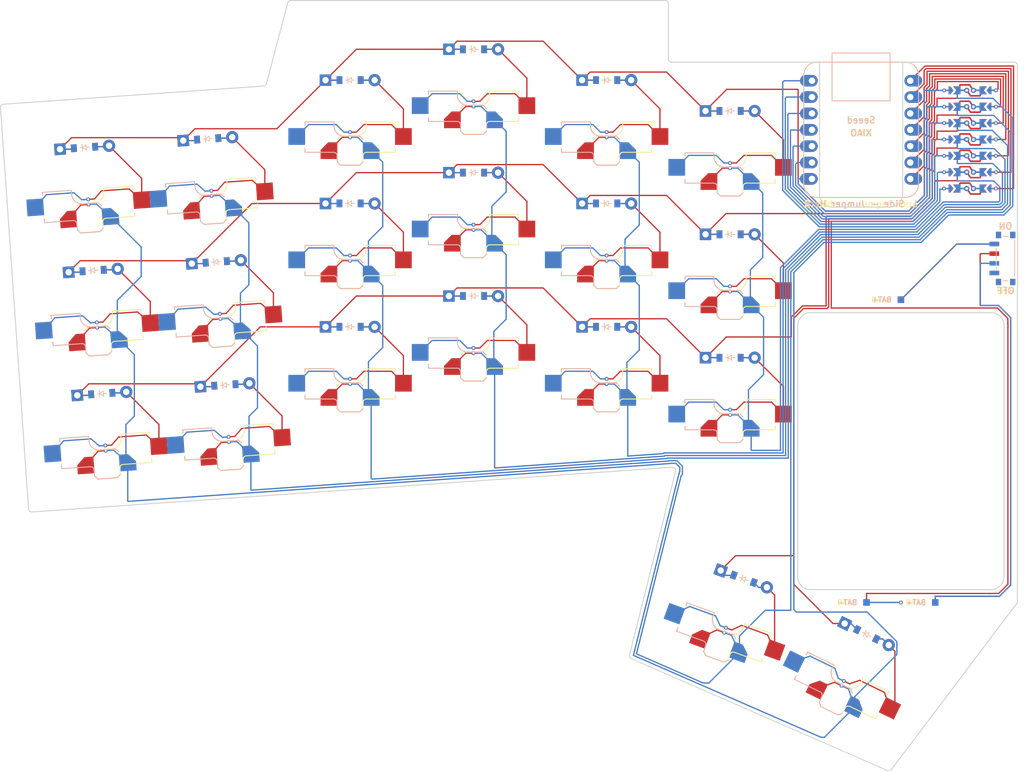
<source format=kicad_pcb>
(kicad_pcb (version 20241229) (generator "pcbnew") (generator_version "9.0")
  (layers (0 "F.Cu" signal) (2 "B.Cu" signal) (13 "F.Paste" user) (15 "B.Paste" user) (5 "F.SilkS" user "F.Silkscreen") (7 "B.SilkS" user "B.Silkscreen") (1 "F.Mask" user) (3 "B.Mask" user) (25 "Edge.Cuts" user))
  (net 0 "")
  (net 1 "P6")
  (net 2 "outer_bottom")
  (net 3 "GND")
  (net 4 "outer_home")
  (net 5 "outer_top")
  (net 6 "P5")
  (net 7 "pinky_bottom")
  (net 8 "pinky_home")
  (net 9 "pinky_top")
  (net 10 "P4")
  (net 11 "ring_bottom")
  (net 12 "ring_home")
  (net 13 "ring_top")
  (net 14 "P3")
  (net 15 "middle_bottom")
  (net 16 "middle_home")
  (net 17 "middle_top")
  (net 18 "P2")
  (net 19 "index_bottom")
  (net 20 "index_home")
  (net 21 "index_top")
  (net 22 "P1")
  (net 23 "inner_bottom")
  (net 24 "inner_home")
  (net 25 "inner_top")
  (net 26 "home_cluster")
  (net 27 "outer_cluster")
  (net 28 "P9")
  (net 29 "P8")
  (net 30 "P7")
  (net 31 "P10")
  (net 32 "P0")
  (net 33 "VCC")
  (net 34 "V3")
  (net 35 "_1_13")
  (net 36 "_1_12")
  (net 37 "_1_11")
  (net 38 "_1_10")
  (net 39 "_1_9")
  (net 40 "_1_8")
  (net 41 "_1_7")
  (net 42 "_1_0")
  (net 43 "_1_6")
  (net 44 "_1_1")
  (net 45 "_1_5")
  (net 46 "_1_2")
  (net 47 "_1_4")
  (net 48 "_1_3")
  (net 49 "BAT+")
  (net 50 "RAW")
  (footprint "ComboDiode" (layer "F.Cu") (at 66.737895 59.180577 4)
    (property "Reference" "D3" (hide yes))
    (property "Value" "" (hide yes))
  )
  (footprint "ComboDiode" (layer "F.Cu") (at 88.512919 96.051444 4)
    (property "Reference" "D4" (hide yes))
    (property "Value" "" (hide yes))
  )
  (footprint "ComboDiode" (layer "F.Cu") (at 147.729501 67.877209)
    (property "Reference" "D14" (hide yes))
    (property "Value" "" (hide yes))
  )
  (footprint "ComboDiode" (layer "F.Cu") (at 107.929501 48.727209)
    (property "Reference" "D9" (hide yes))
    (property "Value" "" (hide yes))
  )
  (footprint "SMDPad" (layer "F.Cu") (at 198.712834 129.814709)
    (property "Reference" "PAD2" (hide yes))
    (property "Value" "" (hide yes))
  )
  (footprint "ComboDiode" (layer "F.Cu") (at 147.729501 48.727209)
    (property "Reference" "D15" (hide yes))
    (property "Value" "" (hide yes))
  )
  (footprint "ComboDiode" (layer "F.Cu") (at 87.177083 76.948093 4)
    (property "Reference" "D5" (hide yes))
    (property "Value" "" (hide yes))
  )
  (footprint "ComboDiode" (layer "F.Cu") (at 127.079501 43.939709)
    (property "Reference" "D12" (hide yes))
    (property "Value" "" (hide yes))
  )
  (footprint "ComboDiode" (layer "F.Cu") (at 107.929501 67.877209)
    (property "Reference" "D8" (hide yes))
    (property "Value" "" (hide yes))
  )
  (footprint "ComboDiode" (layer "F.Cu") (at 107.929501 87.027209)
    (property "Reference" "D7" (hide yes))
    (property "Value" "" (hide yes))
  )
  (footprint "ComboDiode" (layer "F.Cu") (at 68.073731 78.283929 4)
    (property "Reference" "D2" (hide yes))
    (property "Value" "" (hide yes))
  )
  (footprint "ComboDiode" (layer "F.Cu") (at 166.879501 91.814709)
    (property "Reference" "D16" (hide yes))
    (property "Value" "" (hide yes))
  )
  (footprint "ceoloide:power_switch_smd_side" (layer "F.Cu") (at 209.604501 76.414709)
    (property "Reference" "PWR1" (hide yes))
    (property "Value" "")
  )
  (footprint "VIA-0.6mm" (layer "F.Cu") (at 193.379501 129.814709)
    (property "Reference" "REF**" (hide yes))
    (property "Value" "VIA-0.6mm" (hide yes))
  )
  (footprint "ComboDiode" (layer "F.Cu") (at 127.079501 63.089709)
    (property "Reference" "D11" (hide yes))
    (property "Value" "" (hide yes))
  )
  (footprint "ComboDiode" (layer "F.Cu") (at 166.879501 53.514709)
    (property "Reference" "D18" (hide yes))
    (property "Value" "" (hide yes))
  )
  (footprint "xiao-ble-tht" (layer "F.Cu") (at 187.204501 56.439709)
    (property "Reference" "")
    (property "Value" "")
  )
  (footprint "SMDPad" (layer "F.Cu") (at 193.379501 82.814709)
    (property "Reference" "PAD1" (hide yes))
    (property "Value" "" (hide yes))
  )
  (footprint "SMDPad" (layer "F.Cu") (at 188.046167 129.814709)
    (property "Reference" "PAD3" (hide yes))
    (property "Value" "" (hide yes))
  )
  (footprint "ComboDiode" (layer "F.Cu") (at 85.841246 57.844741 4)
    (property "Reference" "D6" (hide yes))
    (property "Value" "" (hide yes))
  )
  (footprint "ComboDiode" (layer "F.Cu") (at 169.003892 126.152914 -20)
    (property "Reference" "D19" (hide yes))
    (property "Value" "" (hide yes))
  )
  (footprint "ComboDiode" (layer "F.Cu") (at 166.879501 72.664709)
    (property "Reference" "D17" (hide yes))
    (property "Value" "" (hide yes))
  )
  (footprint "ComboDiode" (layer "F.Cu") (at 147.729501 87.027209)
    (property "Reference" "D13" (hide yes))
    (property "Value" "" (hide yes))
  )
  (footprint "ComboDiode" (layer "F.Cu") (at 69.409568 97.387281 4)
    (property "Reference" "D1" (hide yes))
    (property "Value" "" (hide yes))
  )
  (footprint "ComboDiode" (layer "F.Cu") (at 188.073244 134.753908 -26)
    (property "Reference" "D20" (hide yes))
    (property "Value" "" (hide yes))
  )
  (footprint "ComboDiode" (layer "F.Cu") (at 127.079501 82.239709)
    (property "Reference" "D10" (hide yes))
    (property "Value" "" (hide yes))
  )
  (footprint "ceoloide:switch_choc_v1_v2" (layer "B.Cu") (at 147.729501 53.727209 180)
    (property "Reference" "S15" (hide yes))
    (property "Value" "")
  )
  (footprint "ceoloide:switch_choc_v1_v2" (layer "B.Cu") (at 67.086677 64.168398 -176)
    (property "Reference" "S3" (hide yes))
    (property "Value" "")
  )
  (footprint "ceoloide:switch_choc_v1_v2" (layer "B.Cu") (at 107.929501 72.877209 180)
    (property "Reference" "S8" (hide yes))
    (property "Value" "")
  )
  (footprint "ceoloide:switch_choc_v1_v2" (layer "B.Cu") (at 127.079501 87.239709 180)
    (property "Reference" "S10" (hide yes))
    (property "Value" "")
  )
  (footprint "ceoloide:switch_choc_v1_v2" (layer "B.Cu") (at 166.879501 58.514709 180)
    (property "Reference" "S18" (hide yes))
    (property "Value" "")
  )
  (footprint "ceoloide:switch_choc_v1_v2" (layer "B.Cu") (at 69.75835 102.375101 -176)
    (property "Reference" "S1" (hide yes))
    (property "Value" "")
  )
  (footprint "ceoloide:switch_choc_v1_v2" (layer "B.Cu") (at 68.422513 83.271749 -176)
    (property "Reference" "S2" (hide yes))
    (property "Value" "")
  )
  (footprint "ceoloide:switch_choc_v1_v2" (layer "B.Cu") (at 107.929501 92.027209 180)
    (property "Reference" "S7" (hide yes))
    (property "Value" "")
  )
  (footprint "ceoloide:switch_choc_v1_v2" (layer "B.Cu") (at 88.861702 101.039264 -176)
    (property "Reference" "S4" (hide yes))
    (property "Value" "")
  )
  (footprint "ceoloide:switch_choc_v1_v2" (layer "B.Cu") (at 147.729501 92.027209 180)
    (property "Reference" "S13" (hide yes))
    (property "Value" "")
  )
  (footprint "ceoloide:switch_choc_v1_v2" (layer "B.Cu") (at 167.293792 130.851377 160)
    (property "Reference" "S19" (hide yes))
    (property "Value" "")
  )
  (footprint "ceoloide:switch_choc_v1_v2" (layer "B.Cu") (at 107.929501 53.727209 180)
    (property "Reference" "S9" (hide yes))
    (property "Value" "")
  )
  (footprint "ceoloide:switch_choc_v1_v2" (layer "B.Cu") (at 185.881389 139.247879 154)
    (property "Reference" "S20" (hide yes))
    (property "Value" "")
  )
  (footprint "ceoloide:switch_choc_v1_v2" (layer "B.Cu") (at 166.879501 96.814709 180)
    (property "Reference" "S16" (hide yes))
    (property "Value" "")
  )
  (footprint "ceoloide:switch_choc_v1_v2" (layer "B.Cu") (at 166.879501 77.664709 180)
    (property "Reference" "S17" (hide yes))
    (property "Value" "")
  )
  (footprint "ceoloide:switch_choc_v1_v2" (layer "B.Cu") (at 127.079501 68.089709 180)
    (property "Reference" "S11" (hide yes))
    (property "Value" "")
  )
  (footprint "ceoloide:switch_choc_v1_v2" (layer "B.Cu") (at 87.525865 81.935913 -176)
    (property "Reference" "S5" (hide yes))
    (property "Value" "")
  )
  (footprint "ceoloide:switch_choc_v1_v2" (layer "B.Cu") (at 127.079501 48.939709 180)
    (property "Reference" "S12" (hide yes))
    (property "Value" "")
  )
  (footprint "ceoloide:switch_choc_v1_v2" (layer "B.Cu") (at 147.729501 72.877209 180)
    (property "Reference" "S14" (hide yes))
    (property "Value" "")
  )
  (footprint "ceoloide:switch_choc_v1_v2" (layer "B.Cu") (at 86.190029 62.832561 -176)
    (property "Reference" "S6" (hide yes))
    (property "Value" "")
  )
  (gr_arc (start 58.589952 115.761778) (mid 58.227044 115.640351) (end 58.056291 115.297875) (stroke (width 0.15)) (layer "Edge.Cuts"))
  (gr_line (start 157.304501 45.439709) (end 157.304501 36.864709) (stroke (width 0.15)) (layer "Edge.Cuts"))
  (gr_line (start 98.256376 36.737405) (end 94.955741 49.27379) (stroke (width 0.15)) (layer "Edge.Cuts"))
  (gr_arc (start 177.379501 86.814709) (mid 177.965282 85.400473) (end 179.379501 84.814709) (stroke (width 0.15)) (layer "Edge.Cuts"))
  (gr_line (start 211.454501 129.647385) (end 211.454501 46.439709) (stroke (width 0.15)) (layer "Edge.Cuts"))
  (gr_arc (start 210.954501 45.939709) (mid 211.308019 46.086174) (end 211.454501 46.439709) (stroke (width 0.15)) (layer "Edge.Cuts"))
  (gr_line (start 207.379501 84.814709) (end 179.379501 84.814709) (stroke (width 0.15)) (layer "Edge.Cuts"))
  (gr_arc (start 211.454501 129.647385) (mid 211.428658 129.806061) (end 211.353789 129.948331) (stroke (width 0.15)) (layer "Edge.Cuts"))
  (gr_line (start 180.754501 46.439709) (end 180.754501 66.439709) (stroke (width 0.15)) (layer "Edge.Cuts"))
  (gr_line (start 177.379501 86.814709) (end 177.379501 125.814709) (stroke (width 0.15)) (layer "Edge.Cuts"))
  (gr_arc (start 151.563899 138.536503) (mid 151.315333 138.298784) (end 151.279116 137.956763) (stroke (width 0.15)) (layer "Edge.Cuts"))
  (gr_arc (start 156.804501 36.364709) (mid 157.158019 36.511174) (end 157.304501 36.864709) (stroke (width 0.15)) (layer "Edge.Cuts"))
  (gr_line (start 54.163903 52.466339) (end 94.507097 49.645268) (stroke (width 0.15)) (layer "Edge.Cuts"))
  (gr_line (start 191.908875 155.747398) (end 211.353789 129.948331) (stroke (width 0.15)) (layer "Edge.Cuts"))
  (gr_line (start 193.654501 66.439709) (end 193.654501 46.439709) (stroke (width 0.15)) (layer "Edge.Cuts"))
  (gr_line (start 158.428192 109.437118) (end 151.279116 137.956763) (stroke (width 0.15)) (layer "Edge.Cuts"))
  (gr_line (start 53.7 53) (end 58.056291 115.297875) (stroke (width 0.15)) (layer "Edge.Cuts"))
  (gr_line (start 179.379501 127.814709) (end 207.379501 127.814709) (stroke (width 0.15)) (layer "Edge.Cuts"))
  (gr_line (start 156.804501 36.364709) (end 98.739898 36.364709) (stroke (width 0.15)) (layer "Edge.Cuts"))
  (gr_arc (start 53.7 52.999999) (mid 53.821427 52.637092) (end 54.163903 52.466339) (stroke (width 0.15)) (layer "Edge.Cuts"))
  (gr_arc (start 207.379501 84.814709) (mid 208.793679 85.400514) (end 209.379501 86.814709) (stroke (width 0.15)) (layer "Edge.Cuts"))
  (gr_arc (start 94.955741 49.27379) (mid 94.791098 49.531601) (end 94.507097 49.645268) (stroke (width 0.15)) (layer "Edge.Cuts"))
  (gr_line (start 182.754501 68.439709) (end 191.654501 68.439709) (stroke (width 0.15)) (layer "Edge.Cuts"))
  (gr_arc (start 193.590992 45.939709) (mid 193.638558 46.187701) (end 193.654501 46.439709) (stroke (width 0.15)) (layer "Edge.Cuts"))
  (gr_arc (start 182.754501 68.439709) (mid 181.340252 67.853941) (end 180.754501 66.439709) (stroke (width 0.15)) (layer "Edge.Cuts"))
  (gr_arc (start 157.804501 45.939709) (mid 157.450912 45.793281) (end 157.304501 45.439709) (stroke (width 0.15)) (layer "Edge.Cuts"))
  (gr_arc (start 179.379501 127.814709) (mid 177.965252 127.228941) (end 177.379501 125.814709) (stroke (width 0.15)) (layer "Edge.Cuts"))
  (gr_arc (start 157.908319 108.816761) (mid 158.326364 108.994407) (end 158.428192 109.437118) (stroke (width 0.15)) (layer "Edge.Cuts"))
  (gr_line (start 209.379501 125.814709) (end 209.379501 86.814709) (stroke (width 0.15)) (layer "Edge.Cuts"))
  (gr_line (start 210.954501 45.939709) (end 193.590992 45.939709) (stroke (width 0.15)) (layer "Edge.Cuts"))
  (gr_arc (start 191.908875 155.747398) (mid 191.636419 155.930099) (end 191.309376 155.904617) (stroke (width 0.15)) (layer "Edge.Cuts"))
  (gr_arc (start 98.256376 36.737405) (mid 98.434656 36.468711) (end 98.739898 36.364709) (stroke (width 0.15)) (layer "Edge.Cuts"))
  (gr_line (start 180.818009 45.939709) (end 157.804501 45.939709) (stroke (width 0.15)) (layer "Edge.Cuts"))
  (gr_arc (start 193.654501 66.439709) (mid 193.068709 67.8539) (end 191.654501 68.439709) (stroke (width 0.15)) (layer "Edge.Cuts"))
  (gr_arc (start 209.379501 125.814709) (mid 208.793709 127.2289) (end 207.379501 127.814709) (stroke (width 0.15)) (layer "Edge.Cuts"))
  (gr_line (start 151.5639 138.536503) (end 191.309376 155.904617) (stroke (width 0.15)) (layer "Edge.Cuts"))
  (gr_arc (start 180.754501 46.439709) (mid 180.770441 46.1877) (end 180.818009 45.939709) (stroke (width 0.15)) (layer "Edge.Cuts"))
  (gr_line (start 58.589952 115.761778) (end 157.908319 108.816762) (stroke (width 0.15)) (layer "Edge.Cuts"))
  (segment (start 180.32953 143.160038) (end 183.104148 142.20466) (width 0.2) (layer "F.Cu") (net 1))
  (segment (start 206.07835 50.315101) (end 205.62835 51.165101) (width 0.25) (layer "F.Cu") (net 1))
  (segment (start 65.570542 89.435708) (end 67.495743 87.221018) (width 0.2) (layer "F.Cu") (net 1))
  (segment (start 205.62835 51.165101) (end 204.18835 51.165101) (width 0.25) (layer "F.Cu") (net 1))
  (segment (start 204.18835 51.165101) (end 203.58835 50.315101) (width 0.25) (layer "F.Cu") (net 1))
  (segment (start 66.159906 68.117666) (end 67.356983 68.033958) (width 0.2) (layer "F.Cu") (net 1))
  (segment (start 68.831579 106.32437) (end 70.028656 106.240662) (width 0.2) (layer "F.Cu") (net 1))
  (segment (start 66.906379 108.53906) (end 68.831579 106.32437) (width 0.2) (layer "F.Cu") (net 1))
  (segment (start 67.495743 87.221018) (end 68.69282 87.13731) (width 0.2) (layer "F.Cu") (net 1))
  (segment (start 64.234706 70.332356) (end 66.159906 68.117666) (width 0.2) (layer "F.Cu") (net 1))
  (segment (start 183.104148 142.20466) (end 184.1827 142.730705) (width 0.2) (layer "F.Cu") (net 1))
  (via (at 67.356983 68.033958) (size 0.6) (drill 0.3) (layers "F.Cu" "B.Cu") (net 1))
  (via (at 184.1827 142.730705) (size 0.6) (drill 0.3) (layers "F.Cu" "B.Cu") (net 1))
  (via (at 68.69282 87.13731) (size 0.6) (drill 0.3) (layers "F.Cu" "B.Cu") (net 1))
  (via (at 70.028656 106.240662) (size 0.6) (drill 0.3) (layers "F.Cu" "B.Cu") (net 1))
  (segment (start 186.216631 144.427153) (end 186.216631 146.031369) (width 0.2) (layer "B.Cu") (net 1))
  (segment (start 71.82092 88.695137) (end 72.104586 88.978803) (width 0.2) (layer "B.Cu") (net 1))
  (segment (start 181.4545 73.906) (end 176.775 78.5855) (width 0.2) (layer "B.Cu") (net 1))
  (segment (start 72.104587 88.978803) (end 69.889897 87.053602) (width 0.2) (layer "B.Cu") (net 1))
  (segment (start 176.775 85) (end 176.78465 85.00965) (width 0.2) (layer "B.Cu") (net 1))
  (segment (start 71.225733 106.156954) (end 70.028656 106.240662) (width 0.2) (layer "B.Cu") (net 1))
  (segment (start 200.8 69.655) (end 196.549 73.906) (width 0.2) (layer "B.Cu") (net 1))
  (segment (start 157.613546 108.206831) (end 158.459016 108.206831) (width 0.2) (layer "B.Cu") (net 1))
  (segment (start 176.775 78.5855) (end 176.775 85) (width 0.2) (layer "B.Cu") (net 1))
  (segment (start 68.55406 67.950251) (end 67.356983 68.033958) (width 0.2) (layer "B.Cu") (net 1))
  (segment (start 148.229463 108.891106) (end 157.583359 108.237018) (width 0.2) (layer "B.Cu") (net 1))
  (segment (start 75.52292 79.20208) (end 71.82092 82.90408) (width 0.2) (layer "B.Cu") (net 1))
  (segment (start 158.953745 109.812277) (end 151.88612 138.006989) (width 0.2) (layer "B.Cu") (net 1))
  (segment (start 176.775 130.925) (end 177.15 131.3) (width 0.2) (layer "B.Cu") (net 1))
  (segment (start 176.78465 86.463057) (end 176.765639 87.045831) (width 0.2) (layer "B.Cu") (net 1))
  (segment (start 73.440423 108.082155) (end 73.440423 114.067228) (width 0.2) (layer "B.Cu") (net 1))
  (segment (start 176.78465 85.00965) (end 176.78465 86.463057) (width 0.2) (layer "B.Cu") (net 1))
  (segment (start 188.146264 131.3) (end 192.751149 135.904885) (width 0.2) (layer "B.Cu") (net 1))
  (segment (start 72.104586 88.978803) (end 74.463787 91.338004) (width 0.2) (layer "B.Cu") (net 1))
  (segment (start 73.156757 107.798489) (end 73.440423 108.082155) (width 0.2) (layer "B.Cu") (net 1))
  (segment (start 151.911771 138.03264) (end 181.020479 150.752663) (width 0.2) (layer "B.Cu") (net 1))
  (segment (start 70.76875 69.875452) (end 75.52292 74.629622) (width 0.2) (layer "B.Cu") (net 1))
  (segment (start 207.660234 51.545499) (end 210.730501 54.615766) (width 0.2) (layer "B.Cu") (net 1))
  (segment (start 186.216631 146.031369) (end 185.261253 143.256751) (width 0.2) (layer "B.Cu") (net 1))
  (segment (start 159.020061 109.568032) (end 158.976696 109.796644) (width 0.2) (layer "B.Cu") (net 1))
  (segment (start 157.583359 108.237018) (end 157.613546 108.206831) (width 0.2) (layer "B.Cu") (net 1))
  (segment (start 73.440423 114.067228) (end 73.490554 114.117359) (width 0.2) (layer "B.Cu") (net 1))
  (segment (start 151.88612 138.006989) (end 151.911771 138.03264) (width 0.2) (layer "B.Cu") (net 1))
  (segment (start 209.3555 69.655) (end 200.8 69.655) (width 0.2) (layer "B.Cu") (net 1))
  (segment (start 210.730501 68.279999) (end 209.3555 69.655) (width 0.2) (layer "B.Cu") (net 1))
  (segment (start 73.490554 114.117359) (end 148.229463 108.891106) (width 0.2) (layer "B.Cu") (net 1))
  (segment (start 158.459016 108.206831) (end 159.086377 108.834192) (width 0.2) (layer "B.Cu") (net 1))
  (segment (start 196.549 73.906) (end 181.4545 73.906) (width 0.2) (layer "B.Cu") (net 1))
  (segment (start 181.020479 150.752663) (end 181.495337 150.752663) (width 0.2) (layer "B.Cu") (net 1))
  (segment (start 210.730501 54.615766) (end 210.730501 68.279999) (width 0.2) (layer "B.Cu") (net 1))
  (segment (start 158.976696 109.796644) (end 158.953745 109.812277) (width 0.2) (layer "B.Cu") (net 1))
  (segment (start 159.086377 108.834192) (end 159.086377 109.501716) (width 0.2) (layer "B.Cu") (net 1))
  (segment (start 192.751149 137.892635) (end 186.216631 144.427153) (width 0.2) (layer "B.Cu") (net 1))
  (segment (start 202.129501 51.545499) (end 207.660234 51.545499) (width 0.2) (layer "B.Cu") (net 1))
  (segment (start 74.463787 91.338004) (end 74.463787 100.886213) (width 0.2) (layer "B.Cu") (net 1))
  (segment (start 73.156757 102.193243) (end 73.156757 107.798489) (width 0.2) (layer "B.Cu") (net 1))
  (segment (start 75.52292 74.629622) (end 75.52292 79.20208) (width 0.2) (layer "B.Cu") (net 1))
  (segment (start 71.82092 82.90408) (end 71.82092 88.695137) (width 0.2) (layer "B.Cu") (net 1))
  (segment (start 176.775 87.055823) (end 176.775 130.925) (width 0.2) (layer "B.Cu") (net 1))
  (segment (start 185.261253 143.256751) (end 184.1827 142.730705) (width 0.2) (layer "B.Cu") (net 1))
  (segment (start 177.15 131.3) (end 188.146264 131.3) (width 0.2) (layer "B.Cu") (net 1))
  (segment (start 176.765639 87.045831) (end 176.775 87.055823) (width 0.2) (layer "B.Cu") (net 1))
  (segment (start 202.129501 50.319709) (end 202.129501 51.545499) (width 0.2) (layer "B.Cu") (net 1))
  (segment (start 74.463787 100.886213) (end 73.156757 102.193243) (width 0.2) (layer "B.Cu") (net 1))
  (segment (start 192.751149 135.904885) (end 192.751149 137.892635) (width 0.2) (layer "B.Cu") (net 1))
  (segment (start 69.889897 87.053602) (end 68.69282 87.13731) (width 0.2) (layer "B.Cu") (net 1))
  (segment (start 159.086377 109.501716) (end 159.020061 109.568032) (width 0.2) (layer "B.Cu") (net 1))
  (segment (start 70.76875 69.875451) (end 68.55406 67.950251) (width 0.2) (layer "B.Cu") (net 1))
  (segment (start 73.440423 108.082155) (end 71.225733 106.156954) (width 0.2) (layer "B.Cu") (net 1))
  (segment (start 202.12835 50.315101) (end 203.58835 50.315101) (width 0.25) (layer "B.Cu") (net 1))
  (segment (start 181.495337 150.752663) (end 186.216631 146.031369) (width 0.2) (layer "B.Cu") (net 1))
  (segment (start 72.039361 104.116227) (end 70.945476 105.374598) (width 0.2) (layer "F.Cu") (net 2))
  (segment (start 71.055549 97.272183) (end 73.059613 97.272183) (width 0.2) (layer "F.Cu") (net 2))
  (segment (start 76.295967 103.818576) (end 72.039361 104.116227) (width 0.2) (layer "F.Cu") (net 2))
  (segment (start 70.945476 105.374598) (end 69.972851 105.442611) (width 0.2) (layer "F.Cu") (net 2))
  (segment (start 78.274779 105.538731) (end 76.295967 103.818576) (width 0.2) (layer "F.Cu") (net 2))
  (segment (start 78.274779 102.186001) (end 78.274779 105.538731) (width 0.2) (layer "F.Cu") (net 2))
  (segment (start 73.059613 97.272183) (end 73.210287 97.121509) (width 0.2) (layer "F.Cu") (net 2))
  (segment (start 73.210287 97.121509) (end 78.274779 102.186001) (width 0.2) (layer "F.Cu") (net 2))
  (via (at 69.972851 105.442611) (size 0.6) (drill 0.3) (layers "F.Cu" "B.Cu") (net 2))
  (segment (start 67.755656 104.415773) (end 69.014026 105.509658) (width 0.2) (layer "B.Cu") (net 2))
  (segment (start 71.055549 97.272183) (end 73.059613 97.272183) (width 0.2) (layer "B.Cu") (net 2))
  (segment (start 73.059613 97.272183) (end 73.210287 97.121509) (width 0.2) (layer "B.Cu") (net 2))
  (segment (start 61.765094 106.693201) (end 63.485249 104.714389) (width 0.2) (layer "B.Cu") (net 2))
  (segment (start 69.014026 105.509658) (end 69.972851 105.442611) (width 0.2) (layer "B.Cu") (net 2))
  (segment (start 63.485249 104.714389) (end 67.755656 104.415773) (width 0.2) (layer "B.Cu") (net 2))
  (segment (start 195.273691 70.644709) (end 198.63389 67.28451) (width 0.2) (layer "F.Cu") (net 3))
  (segment (start 207.146679 128.427871) (end 207.730414 128.410448) (width 0.2) (layer "F.Cu") (net 3))
  (segment (start 202.15 64.35) (end 202.15 64.3) (width 0.2) (layer "F.Cu") (net 3))
  (segment (start 188.046167 129.814709) (end 188.046167 128.419542) (width 0.2) (layer "F.Cu") (net 3))
  (segment (start 198.78389 64.35) (end 202.15 64.35) (width 0.2) (layer "F.Cu") (net 3))
  (segment (start 202.15 64.3) (end 202.129501 64.279501) (width 0.2) (layer "F.Cu") (net 3))
  (segment (start 208.35 84.1) (end 182.5948 84.1) (width 0.2) (layer "F.Cu") (net 3))
  (segment (start 202.12835 63.015101) (end 202.58835 62.165101) (width 0.25) (layer "F.Cu") (net 3))
  (segment (start 188.046167 128.419542) (end 188.05 128.415709) (width 0.2) (layer "F.Cu") (net 3))
  (segment (start 202.129501 64.279501) (end 202.129501 63.019709) (width 0.2) (layer "F.Cu") (net 3))
  (segment (start 209.980501 87.060555) (end 209.992581 87.04774) (width 0.2) (layer "F.Cu") (net 3))
  (segment (start 209.975354 86.46388) (end 209.975354 85.725354) (width 0.2) (layer "F.Cu") (net 3))
  (segment (start 198.63389 64.5) (end 198.78389 64.35) (width 0.2) (layer "F.Cu") (net 3))
  (segment (start 209.980501 126.969499) (end 209.980501 87.060555) (width 0.2) (layer "F.Cu") (net 3))
  (segment (start 209.992581 87.04774) (end 209.975354 86.46388) (width 0.2) (layer "F.Cu") (net 3))
  (segment (start 188.05 128.415709) (end 207.133769 128.415709) (width 0.2) (layer "F.Cu") (net 3))
  (segment (start 198.63389 67.28451) (end 198.63389 64.5) (width 0.2) (layer "F.Cu") (net 3))
  (segment (start 182.577 84.0822) (end 182.577 70.644709) (width 0.2) (layer "F.Cu") (net 3))
  (segment (start 204.02835 62.165101) (end 204.62835 63.015101) (width 0.25) (layer "F.Cu") (net 3))
  (segment (start 207.133769 128.415709) (end 207.146679 128.427871) (width 0.2) (layer "F.Cu") (net 3))
  (segment (start 207.730414 128.410448) (end 208.539552 128.410448) (width 0.2) (layer "F.Cu") (net 3))
  (segment (start 182.5948 84.1) (end 182.577 84.0822) (width 0.2) (layer "F.Cu") (net 3))
  (segment (start 209.975354 85.725354) (end 208.35 84.1) (width 0.2) (layer "F.Cu") (net 3))
  (segment (start 208.539552 128.410448) (end 209.980501 126.969499) (width 0.2) (layer "F.Cu") (net 3))
  (segment (start 202.58835 62.165101) (end 204.02835 62.165101) (width 0.25) (layer "F.Cu") (net 3))
  (segment (start 182.577 70.644709) (end 195.273691 70.644709) (width 0.2) (layer "F.Cu") (net 3))
  (segment (start 188.046167 129.814709) (end 193.379501 129.814709) (width 0.2) (layer "F.Cu") (net 3))
  (segment (start 188.046167 129.814709) (end 193.379501 129.814709) (width 0.2) (layer "B.Cu") (net 3))
  (segment (start 206.07835 63.015101) (end 204.62835 63.015101) (width 0.25) (layer "B.Cu") (net 3))
  (segment (start 69.60964 86.271246) (end 68.637015 86.339259) (width 0.2) (layer "F.Cu") (net 4))
  (segment (start 76.938942 83.082649) (end 76.938942 86.435379) (width 0.2) (layer "F.Cu") (net 4))
  (segment (start 69.719712 78.168831) (end 71.723776 78.168831) (width 0.2) (layer "F.Cu") (net 4))
  (segment (start 71.87445 78.018157) (end 76.938942 83.082649) (width 0.2) (layer "F.Cu") (net 4))
  (segment (start 76.938943 86.43538) (end 74.960131 84.715224) (width 0.2) (layer "F.Cu") (net 4))
  (segment (start 71.723776 78.168831) (end 71.87445 78.018157) (width 0.2) (layer "F.Cu") (net 4))
  (segment (start 70.703525 85.012875) (end 69.60964 86.271246) (width 0.2) (layer "F.Cu") (net 4))
  (segment (start 74.960131 84.715224) (end 70.703525 85.012875) (width 0.2) (layer "F.Cu") (net 4))
  (via (at 68.637015 86.339259) (size 0.6) (drill 0.3) (layers "F.Cu" "B.Cu") (net 4))
  (segment (start 71.723776 78.168831) (end 71.87445 78.018157) (width 0.2) (layer "B.Cu") (net 4))
  (segment (start 67.67819 86.406306) (end 68.637015 86.339259) (width 0.2) (layer "B.Cu") (net 4))
  (segment (start 69.719712 78.168831) (end 71.723776 78.168831) (width 0.2) (layer "B.Cu") (net 4))
  (segment (start 62.149413 85.611037) (end 66.419819 85.312421) (width 0.2) (layer "B.Cu") (net 4))
  (segment (start 60.429258 87.589849) (end 62.149413 85.611037) (width 0.2) (layer "B.Cu") (net 4))
  (segment (start 66.419819 85.312421) (end 67.67819 86.406306) (width 0.2) (layer "B.Cu") (net 4))
  (segment (start 70.538614 58.914805) (end 75.603106 63.979297) (width 0.2) (layer "F.Cu") (net 5))
  (segment (start 73.624294 65.611873) (end 69.367688 65.909524) (width 0.2) (layer "F.Cu") (net 5))
  (segment (start 69.367688 65.909524) (end 68.273803 67.167895) (width 0.2) (layer "F.Cu") (net 5))
  (segment (start 68.273803 67.167895) (end 67.301178 67.235907) (width 0.2) (layer "F.Cu") (net 5))
  (segment (start 70.38794 59.065479) (end 70.538614 58.914805) (width 0.2) (layer "F.Cu") (net 5))
  (segment (start 75.603106 63.979297) (end 75.603106 67.332028) (width 0.2) (layer "F.Cu") (net 5))
  (segment (start 68.383876 59.065479) (end 70.38794 59.065479) (width 0.2) (layer "F.Cu") (net 5))
  (segment (start 75.603106 67.332028) (end 73.624294 65.611873) (width 0.2) (layer "F.Cu") (net 5))
  (via (at 67.301178 67.235907) (size 0.6) (drill 0.3) (layers "F.Cu" "B.Cu") (net 5))
  (segment (start 70.38794 59.065479) (end 70.538614 58.914805) (width 0.2) (layer "B.Cu") (net 5))
  (segment (start 66.342353 67.302955) (end 67.301178 67.235907) (width 0.2) (layer "B.Cu") (net 5))
  (segment (start 59.093421 68.486498) (end 60.813576 66.507686) (width 0.2) (layer "B.Cu") (net 5))
  (segment (start 68.383876 59.065479) (end 70.38794 59.065479) (width 0.2) (layer "B.Cu") (net 5))
  (segment (start 65.083983 66.20907) (end 66.342353 67.302955) (width 0.2) (layer "B.Cu") (net 5))
  (segment (start 60.813576 66.507686) (end 65.083983 66.20907) (width 0.2) (layer "B.Cu") (net 5))
  (segment (start 86.599095 85.885181) (end 87.796171 85.801474) (width 0.2) (layer "F.Cu") (net 6))
  (segment (start 206.07835 52.855101) (end 205.62835 53.705101) (width 0.25) (layer "F.Cu") (net 6))
  (segment (start 162.181278 135.322432) (end 164.840832 134.082262) (width 0.2) (layer "F.Cu") (net 6))
  (segment (start 164.840832 134.082262) (end 165.968464 134.492686) (width 0.2) (layer "F.Cu") (net 6))
  (segment (start 85.263258 66.78183) (end 86.460335 66.698122) (width 0.2) (layer "F.Cu") (net 6))
  (segment (start 87.934931 104.988533) (end 89.132008 104.904825) (width 0.2) (layer "F.Cu") (net 6))
  (segment (start 205.62835 53.705101) (end 204.18835 53.705101) (width 0.25) (layer "F.Cu") (net 6))
  (segment (start 84.673894 88.099872) (end 86.599095 85.885181) (width 0.2) (layer "F.Cu") (net 6))
  (segment (start 83.338057 68.99652) (end 85.263258 66.78183) (width 0.2) (layer "F.Cu") (net 6))
  (segment (start 86.00973 107.203223) (end 87.934931 104.988533) (width 0.2) (layer "F.Cu") (net 6))
  (segment (start 204.18835 53.705101) (end 203.58835 52.855101) (width 0.25) (layer "F.Cu") (net 6))
  (via (at 86.460335 66.698122) (size 0.6) (drill 0.3) (layers "F.Cu" "B.Cu") (net 6))
  (via (at 87.796171 85.801474) (size 0.6) (drill 0.3) (layers "F.Cu" "B.Cu") (net 6))
  (via (at 89.132008 104.904825) (size 0.6) (drill 0.3) (layers "F.Cu" "B.Cu") (net 6))
  (via (at 165.968464 134.492686) (size 0.6) (drill 0.3) (layers "F.Cu" "B.Cu") (net 6))
  (segment (start 92.260109 106.462652) (end 92.543775 106.746318) (width 0.2) (layer "B.Cu") (net 6))
  (segment (start 88.993248 85.717766) (end 87.796171 85.801474) (width 0.2) (layer "B.Cu") (net 6))
  (segment (start 92.260109 100.903906) (end 92.260109 106.462652) (width 0.2) (layer "B.Cu") (net 6))
  (segment (start 159.276076 110.175606) (end 152.354319 137.788411) (width 0.2) (layer "B.Cu") (net 6))
  (segment (start 152.354319 137.788411) (end 162.70383 142.310976) (width 0.2) (layer "B.Cu") (net 6))
  (segment (start 210.329501 68.113899) (end 210.329501 56.754766) (width 0.2) (layer "B.Cu") (net 6))
  (segment (start 162.70383 142.310976) (end 163.587953 142.310976) (width 0.2) (layer "B.Cu") (net 6))
  (segment (start 90.924272 87.359301) (end 91.207938 87.642967) (width 0.2) (layer "B.Cu") (net 6))
  (segment (start 92.600116 112.379109) (end 141.020334 108.993238) (width 0.2) (layer "B.Cu") (net 6))
  (segment (start 168.336265 137.562664) (end 168.336265 135.018432) (width 0.2) (layer "B.Cu") (net 6))
  (segment (start 168.336265 137.562664) (end 167.096095 134.90311) (width 0.2) (layer "B.Cu") (net 6))
  (segment (start 157.311128 107.854075) (end 157.359372 107.805831) (width 0.2) (layer "B.Cu") (net 6))
  (segment (start 87.657412 66.614414) (end 86.460335 66.698122) (width 0.2) (layer "B.Cu") (net 6))
  (segment (start 90.329085 104.821117) (end 89.132008 104.904825) (width 0.2) (layer "B.Cu") (net 6))
  (segment (start 93.567138 99.596877) (end 92.260109 100.903906) (width 0.2) (layer "B.Cu") (net 6))
  (segment (start 147.48418 108.541243) (end 157.311128 107.854075) (width 0.2) (layer "B.Cu") (net 6))
  (segment (start 196.3581 73.505) (end 200.6091 69.254) (width 0.2) (layer "B.Cu") (net 6))
  (segment (start 157.359372 107.805831) (end 158.625116 107.805831) (width 0.2) (layer "B.Cu") (net 6))
  (segment (start 89.872102 68.539615) (end 87.657412 66.614414) (width 0.2) (layer "B.Cu") (net 6))
  (segment (start 91.207938 87.642967) (end 93.567138 90.002167) (width 0.2) (layer "B.Cu") (net 6))
  (segment (start 202.15 54.2) (end 202.15 54.125) (width 0.2) (layer "B.Cu") (net 6))
  (segment (start 92.543775 106.746318) (end 90.329085 104.821117) (width 0.2) (layer "B.Cu") (net 6))
  (segment (start 210.329501 56.754766) (end 207.774735 54.2) (width 0.2) (layer "B.Cu") (net 6))
  (segment (start 202.12835 52.855101) (end 203.58835 52.855101) (width 0.25) (layer "B.Cu") (net 6))
  (segment (start 90.924272 81.800555) (end 90.924272 87.359301) (width 0.2) (layer "B.Cu") (net 6))
  (segment (start 200.6091 69.254) (end 209.1894 69.254) (width 0.2) (layer "B.Cu") (net 6))
  (segment (start 92.231302 80.493525) (end 90.924272 81.800555) (width 0.2) (layer "B.Cu") (net 6))
  (segment (start 159.487377 109.964305) (end 159.276076 110.175606) (width 0.2) (layer "B.Cu") (net 6))
  (segment (start 159.487377 108.668092) (end 159.487377 109.964305) (width 0.2) (layer "B.Cu") (net 6))
  (segment (start 163.587953 142.310976) (end 168.336265 137.562664) (width 0.2) (layer "B.Cu") (net 6))
  (segment (start 167.096095 134.90311) (end 165.968464 134.492686) (width 0.2) (layer "B.Cu") (net 6))
  (segment (start 202.15 54.125) (end 202.129501 54.104501) (width 0.2) (layer "B.Cu") (net 6))
  (segment (start 168.336265 135.018432) (end 172.329697 131.025) (width 0.2) (layer "B.Cu") (net 6))
  (segment (start 141.020334 108.993238) (end 147.48418 108.541243) (width 0.2) (layer "B.Cu") (net 6))
  (segment (start 92.543775 106.746318) (end 92.543775 112.322768) (width 0.2) (layer "B.Cu") (net 6))
  (segment (start 158.625116 107.805831) (end 159.487377 108.668092) (width 0.2) (layer "B.Cu") (net 6))
  (segment (start 209.1894 69.254) (end 210.329501 68.113899) (width 0.2) (layer "B.Cu") (net 6))
  (segment (start 92.231302 70.898815) (end 92.231302 80.493525) (width 0.2) (layer "B.Cu") (net 6))
  (segment (start 92.543775 112.322768) (end 92.600116 112.379109) (width 0.2) (layer "B.Cu") (net 6))
  (segment (start 176.3 78.4934) (end 181.2884 73.505) (width 0.2) (layer "B.Cu") (net 6))
  (segment (start 89.872102 68.539615) (end 92.231302 70.898815) (width 0.2) (layer "B.Cu") (net 6))
  (segment (start 91.207938 87.642967) (end 88.993248 85.717766) (width 0.2) (layer "B.Cu") (net 6))
  (segment (start 181.2884 73.505) (end 196.3581 73.505) (width 0.2) (layer "B.Cu") (net 6))
  (segment (start 93.567138 90.002167) (end 93.567138 99.596877) (width 0.2) (layer "B.Cu") (net 6))
  (segment (start 176.3 131.025) (end 176.3 78.4934) (width 0.2) (layer "B.Cu") (net 6))
  (segment (start 207.774735 54.2) (end 202.15 54.2) (width 0.2) (layer "B.Cu") (net 6))
  (segment (start 202.129501 54.104501) (end 202.129501 52.859709) (width 0.2) (layer "B.Cu") (net 6))
  (segment (start 172.329697 131.025) (end 176.3 131.025) (width 0.2) (layer "B.Cu") (net 6))
  (segment (start 90.1589 95.936346) (end 92.162964 95.936346) (width 0.2) (layer "F.Cu") (net 7))
  (segment (start 90.048828 104.038761) (end 89.076203 104.106774) (width 0.2) (layer "F.Cu") (net 7))
  (segment (start 97.378131 104.202895) (end 95.399319 102.48274) (width 0.2) (layer "F.Cu") (net 7))
  (segment (start 95.399319 102.48274) (end 91.142713 102.78039) (width 0.2) (layer "F.Cu") (net 7))
  (segment (start 92.313638 95.785672) (end 97.378131 100.850165) (width 0.2) (layer "F.Cu") (net 7))
  (segment (start 92.162964 95.936346) (end 92.313638 95.785672) (width 0.2) (layer "F.Cu") (net 7))
  (segment (start 97.378131 100.850165) (end 97.378131 104.202894) (width 0.2) (layer "F.Cu") (net 7))
  (segment (start 91.142713 102.78039) (end 90.048828 104.038761) (width 0.2) (layer "F.Cu") (net 7))
  (via (at 89.076203 104.106774) (size 0.6) (drill 0.3) (layers "F.Cu" "B.Cu") (net 7))
  (segment (start 80.868446 105.357365) (end 82.588601 103.378552) (width 0.2) (layer "B.Cu") (net 7))
  (segment (start 82.588601 103.378552) (end 86.859007 103.079936) (width 0.2) (layer "B.Cu") (net 7))
  (segment (start 90.1589 95.936346) (end 92.162964 95.936346) (width 0.2) (layer "B.Cu") (net 7))
  (segment (start 92.162964 95.936346) (end 92.313638 95.785672) (width 0.2) (layer "B.Cu") (net 7))
  (segment (start 88.117378 104.173822) (end 89.076203 104.106774) (width 0.2) (layer "B.Cu") (net 7))
  (segment (start 86.859007 103.079936) (end 88.117378 104.173822) (width 0.2) (layer "B.Cu") (net 7))
  (segment (start 88.823064 76.832995) (end 90.827128 76.832995) (width 0.2) (layer "F.Cu") (net 8))
  (segment (start 89.806876 83.677039) (end 88.712991 84.93541) (width 0.2) (layer "F.Cu") (net 8))
  (segment (start 90.977802 76.682321) (end 96.042294 81.746813) (width 0.2) (layer "F.Cu") (net 8))
  (segment (start 94.063482 83.379388) (end 89.806876 83.677039) (width 0.2) (layer "F.Cu") (net 8))
  (segment (start 96.042294 81.746813) (end 96.042294 85.099543) (width 0.2) (layer "F.Cu") (net 8))
  (segment (start 96.042294 85.099543) (end 94.063482 83.379388) (width 0.2) (layer "F.Cu") (net 8))
  (segment (start 88.712991 84.93541) (end 87.740366 85.003422) (width 0.2) (layer "F.Cu") (net 8))
  (segment (start 90.827128 76.832995) (end 90.977802 76.682321) (width 0.2) (layer "F.Cu") (net 8))
  (via (at 87.740366 85.003422) (size 0.6) (drill 0.3) (layers "F.Cu" "B.Cu") (net 8))
  (segment (start 81.252765 84.275201) (end 85.523171 83.976585) (width 0.2) (layer "B.Cu") (net 8))
  (segment (start 88.823064 76.832995) (end 90.827128 76.832995) (width 0.2) (layer "B.Cu") (net 8))
  (segment (start 90.827128 76.832995) (end 90.977802 76.682321) (width 0.2) (layer "B.Cu") (net 8))
  (segment (start 85.523171 83.976585) (end 86.781542 85.07047) (width 0.2) (layer "B.Cu") (net 8))
  (segment (start 79.532609 86.254013) (end 81.252765 84.275201) (width 0.2) (layer "B.Cu") (net 8))
  (segment (start 86.781542 85.07047) (end 87.740366 85.003422) (width 0.2) (layer "B.Cu") (net 8))
  (segment (start 94.706458 65.996192) (end 92.727646 64.276036) (width 0.2) (layer "F.Cu") (net 9))
  (segment (start 89.641965 57.578969) (end 94.706458 62.643462) (width 0.2) (layer "F.Cu") (net 9))
  (segment (start 87.377155 65.832058) (end 86.40453 65.900071) (width 0.2) (layer "F.Cu") (net 9))
  (segment (start 94.706458 62.643462) (end 94.706458 65.996191) (width 0.2) (layer "F.Cu") (net 9))
  (segment (start 88.47104 64.573687) (end 87.377155 65.832058) (width 0.2) (layer "F.Cu") (net 9))
  (segment (start 87.487227 57.729643) (end 89.491291 57.729643) (width 0.2) (layer "F.Cu") (net 9))
  (segment (start 92.727646 64.276036) (end 88.47104 64.573687) (width 0.2) (layer "F.Cu") (net 9))
  (segment (start 89.491291 57.729643) (end 89.641965 57.578969) (width 0.2) (layer "F.Cu") (net 9))
  (via (at 86.40453 65.900071) (size 0.6) (drill 0.3) (layers "F.Cu" "B.Cu") (net 9))
  (segment (start 85.445705 65.967118) (end 86.40453 65.900071) (width 0.2) (layer "B.Cu") (net 9))
  (segment (start 78.196773 67.150661) (end 79.916928 65.171849) (width 0.2) (layer "B.Cu") (net 9))
  (segment (start 79.916928 65.171849) (end 84.187334 64.873233) (width 0.2) (layer "B.Cu") (net 9))
  (segment (start 84.187334 64.873233) (end 85.445705 65.967118) (width 0.2) (layer "B.Cu") (net 9))
  (segment (start 87.487227 57.729643) (end 89.491291 57.729643) (width 0.2) (layer "B.Cu") (net 9))
  (segment (start 89.491291 57.729643) (end 89.641965 57.578969) (width 0.2) (layer "B.Cu") (net 9))
  (segment (start 205.62835 56.245101) (end 204.18835 56.245101) (width 0.25) (layer "F.Cu") (net 10))
  (segment (start 104.654501 97.977209) (end 106.729501 95.902209) (width 0.2) (layer "F.Cu") (net 10))
  (segment (start 206.07835 55.395101) (end 205.62835 56.245101) (width 0.25) (layer "F.Cu") (net 10))
  (segment (start 104.654501 78.827209) (end 106.729501 76.752209) (width 0.2) (layer "F.Cu") (net 10))
  (segment (start 104.654501 59.677209) (end 106.729501 57.602209) (width 0.2) (layer "F.Cu") (net 10))
  (segment (start 106.729501 95.902209) (end 107.929501 95.902209) (width 0.2) (layer "F.Cu") (net 10))
  (segment (start 204.18835 56.245101) (end 203.58835 55.395101) (width 0.25) (layer "F.Cu") (net 10))
  (segment (start 106.729501 76.752209) (end 107.929501 76.752209) (width 0.2) (layer "F.Cu") (net 10))
  (segment (start 106.729501 57.602209) (end 107.929501 57.602209) (width 0.2) (layer "F.Cu") (net 10))
  (via (at 107.929501 76.752209) (size 0.6) (drill 0.3) (layers "F.Cu" "B.Cu") (net 10))
  (via (at 107.929501 95.902209) (size 0.6) (drill 0.3) (layers "F.Cu" "B.Cu") (net 10))
  (via (at 107.929501 57.602209) (size 0.6) (drill 0.3) (layers "F.Cu" "B.Cu") (net 10))
  (segment (start 111.204501 59.677209) (end 109.129501 57.602209) (width 0.2) (layer "B.Cu") (net 10))
  (segment (start 111.204501 97.977209) (end 111.204501 110.537373) (width 0.2) (layer "B.Cu") (net 10))
  (segment (start 209.0233 68.853) (end 209.928501 67.947799) (width 0.2) (layer "B.Cu") (net 10))
  (segment (start 110.780501 73.686317) (end 110.780501 78.403209) (width 0.2) (layer "B.Cu") (net 10))
  (segment (start 109.129501 95.902209) (end 107.929501 95.902209) (width 0.2) (layer "B.Cu") (net 10))
  (segment (start 112.993001 90.231999) (end 110.780501 92.444499) (width 0.2) (layer "B.Cu") (net 10))
  (segment (start 111.204501 97.977209) (end 109.129501 95.902209) (width 0.2) (layer "B.Cu") (net 10))
  (segment (start 202.129501 56.370499) (end 202.129501 55.399709) (width 0.2) (layer "B.Cu") (net 10))
  (segment (start 200.443 68.853) (end 209.0233 68.853) (width 0.2) (layer "B.Cu") (net 10))
  (segment (start 111.204501 59.677209) (end 112.993001 61.465709) (width 0.2) (layer "B.Cu") (net 10))
  (segment (start 110.780501 92.444499) (end 110.780501 97.553209) (width 0.2) (layer "B.Cu") (net 10))
  (segment (start 175.899 78.3273) (end 181.1223 73.104) (width 0.2) (layer "B.Cu") (net 10))
  (segment (start 111.204501 78.827209) (end 112.993001 80.615709) (width 0.2) (layer "B.Cu") (net 10))
  (segment (start 181.1223 73.104) (end 196.192 73.104) (width 0.2) (layer "B.Cu") (net 10))
  (segment (start 111.204501 110.537373) (end 111.334241 110.667113) (width 0.2) (layer "B.Cu") (net 10))
  (segment (start 109.129501 76.752209) (end 107.929501 76.752209) (width 0.2) (layer "B.Cu") (net 10))
  (segment (start 110.780501 97.553209) (end 111.204501 97.977209) (width 0.2) (layer "B.Cu") (net 10))
  (segment (start 109.129501 57.602209) (end 107.929501 57.602209) (width 0.2) (layer "B.Cu") (net 10))
  (segment (start 110.780501 78.403209) (end 111.204501 78.827209) (width 0.2) (layer "B.Cu") (net 10))
  (segment (start 141.325172 108.569943) (end 147.965429 108.105612) (width 0.2) (layer "B.Cu") (net 10))
  (segment (start 202.12835 55.395101) (end 203.58835 55.395101) (width 0.25) (layer "B.Cu") (net 10))
  (segment (start 196.192 73.104) (end 200.443 68.853) (width 0.2) (layer "B.Cu") (net 10))
  (segment (start 111.204501 78.827209) (end 109.129501 76.752209) (width 0.2) (layer "B.Cu") (net 10))
  (segment (start 147.965429 108.105612) (end 157.133593 107.46451) (width 0.2) (layer "B.Cu") (net 10))
  (segment (start 112.993001 71.473817) (end 110.780501 73.686317) (width 0.2) (layer "B.Cu") (net 10))
  (segment (start 202.284002 56.525) (end 207.559735 56.525) (width 0.2) (layer "B.Cu") (net 10))
  (segment (start 209.928501 67.947799) (end 209.928501 58.893766) (width 0.2) (layer "B.Cu") (net 10))
  (segment (start 112.993001 61.465709) (end 112.993001 71.473817) (width 0.2) (layer "B.Cu") (net 10))
  (segment (start 157.133593 107.46451) (end 157.193272 107.404831) (width 0.2) (layer "B.Cu") (net 10))
  (segment (start 175.899 107.404831) (end 175.899 78.3273) (width 0.2) (layer "B.Cu") (net 10))
  (segment (start 111.334241 110.667113) (end 141.325172 108.569943) (width 0.2) (layer "B.Cu") (net 10))
  (segment (start 112.993001 80.615709) (end 112.993001 90.231999) (width 0.2) (layer "B.Cu") (net 10))
  (segment (start 209.928501 58.893766) (end 207.559735 56.525) (width 0.2) (layer "B.Cu") (net 10))
  (segment (start 157.193272 107.404831) (end 175.899 107.404831) (width 0.2) (layer "B.Cu") (net 10))
  (segment (start 202.129501 56.370499) (end 202.284002 56.525) (width 0.2) (layer "B.Cu") (net 10))
  (segment (start 110.083501 93.923209) (end 108.904501 95.102209) (width 0.2) (layer "F.Cu") (net 11))
  (segment (start 108.904501 95.102209) (end 107.929501 95.102209) (width 0.2) (layer "F.Cu") (net 11))
  (segment (start 116.204501 95.777209) (end 114.350501 93.923209) (width 0.2) (layer "F.Cu") (net 11))
  (segment (start 114.350501 93.923209) (end 110.083501 93.923209) (width 0.2) (layer "F.Cu") (net 11))
  (segment (start 111.739501 87.027209) (end 116.204501 91.492209) (width 0.2) (layer "F.Cu") (net 11))
  (segment (start 116.204501 91.492209) (end 116.204501 95.777209) (width 0.2) (layer "F.Cu") (net 11))
  (segment (start 109.579501 87.027209) (end 111.739501 87.027209) (width 0.2) (layer "F.Cu") (net 11))
  (via (at 107.929501 95.102209) (size 0.6) (drill 0.3) (layers "F.Cu" "B.Cu") (net 11))
  (segment (start 105.789335 93.923209) (end 106.968335 95.102209) (width 0.2) (layer "B.Cu") (net 11))
  (segment (start 101.508501 93.923209) (end 105.789335 93.923209) (width 0.2) (layer "B.Cu") (net 11))
  (segment (start 99.654501 95.777209) (end 101.508501 93.923209) (width 0.2) (layer "B.Cu") (net 11))
  (segment (start 106.968335 95.102209) (end 107.929501 95.102209) (width 0.2) (layer "B.Cu") (net 11))
  (segment (start 109.579501 87.027209) (end 111.739501 87.027209) (width 0.2) (layer "B.Cu") (net 11))
  (segment (start 116.204501 76.627209) (end 114.350501 74.773209) (width 0.2) (layer "F.Cu") (net 12))
  (segment (start 108.904501 75.952209) (end 107.929501 75.952209) (width 0.2) (layer "F.Cu") (net 12))
  (segment (start 110.083501 74.773209) (end 108.904501 75.952209) (width 0.2) (layer "F.Cu") (net 12))
  (segment (start 114.350501 74.773209) (end 110.083501 74.773209) (width 0.2) (layer "F.Cu") (net 12))
  (segment (start 109.579501 67.877209) (end 111.739501 67.877209) (width 0.2) (layer "F.Cu") (net 12))
  (segment (start 111.739501 67.877209) (end 116.204501 72.342209) (width 0.2) (layer "F.Cu") (net 12))
  (segment (start 116.204501 72.342209) (end 116.204501 76.627209) (width 0.2) (layer "F.Cu") (net 12))
  (via (at 107.929501 75.952209) (size 0.6) (drill 0.3) (layers "F.Cu" "B.Cu") (net 12))
  (segment (start 109.579501 67.877209) (end 111.739501 67.877209) (width 0.2) (layer "B.Cu") (net 12))
  (segment (start 99.654501 76.627209) (end 101.508501 74.773209) (width 0.2) (layer "B.Cu") (net 12))
  (segment (start 106.968335 75.952209) (end 107.929501 75.952209) (width 0.2) (layer "B.Cu") (net 12))
  (segment (start 105.789335 74.773209) (end 106.968335 75.952209) (width 0.2) (layer "B.Cu") (net 12))
  (segment (start 101.508501 74.773209) (end 105.789335 74.773209) (width 0.2) (layer "B.Cu") (net 12))
  (segment (start 111.739501 48.727209) (end 116.204501 53.192209) (width 0.2) (layer "F.Cu") (net 13))
  (segment (start 116.204501 57.477209) (end 114.350501 55.623209) (width 0.2) (layer "F.Cu") (net 13))
  (segment (start 108.904501 56.802209) (end 107.929501 56.802209) (width 0.2) (layer "F.Cu") (net 13))
  (segment (start 109.579501 48.727209) (end 111.739501 48.727209) (width 0.2) (layer "F.Cu") (net 13))
  (segment (start 114.350501 55.623209) (end 110.083501 55.623209) (width 0.2) (layer "F.Cu") (net 13))
  (segment (start 110.083501 55.623209) (end 108.904501 56.802209) (width 0.2) (layer "F.Cu") (net 13))
  (segment (start 116.204501 53.192209) (end 116.204501 57.477209) (width 0.2) (layer "F.Cu") (net 13))
  (via (at 107.929501 56.802209) (size 0.6) (drill 0.3) (layers "F.Cu" "B.Cu") (net 13))
  (segment (start 99.654501 57.477209) (end 101.508501 55.623209) (width 0.2) (layer "B.Cu") (net 13))
  (segment (start 106.968335 56.802209) (end 107.929501 56.802209) (width 0.2) (layer "B.Cu") (net 13))
  (segment (start 105.789335 55.623209) (end 106.968335 56.802209) (width 0.2) (layer "B.Cu") (net 13))
  (segment (start 109.579501 48.727209) (end 111.739501 48.727209) (width 0.2) (layer "B.Cu") (net 13))
  (segment (start 101.508501 55.623209) (end 105.789335 55.623209) (width 0.2) (layer "B.Cu") (net 13))
  (segment (start 205.62835 58.785101) (end 204.18835 58.785101) (width 0.25) (layer "F.Cu") (net 14))
  (segment (start 123.804501 74.039709) (end 125.879501 71.964709) (width 0.2) (layer "F.Cu") (net 14))
  (segment (start 206.07835 57.935101) (end 205.62835 58.785101) (width 0.25) (layer "F.Cu") (net 14))
  (segment (start 123.804501 54.889709) (end 125.879501 52.814709) (width 0.2) (layer "F.Cu") (net 14))
  (segment (start 125.879501 71.964709) (end 127.079501 71.964709) (width 0.2) (layer "F.Cu") (net 14))
  (segment (start 125.879501 91.114709) (end 127.079501 91.114709) (width 0.2) (layer "F.Cu") (net 14))
  (segment (start 125.879501 52.814709) (end 127.079501 52.814709) (width 0.2) (layer "F.Cu") (net 14))
  (segment (start 204.18835 58.785101) (end 203.58835 57.935101) (width 0.25) (layer "F.Cu") (net 14))
  (segment (start 123.804501 93.189709) (end 125.879501 91.114709) (width 0.2) (layer "F.Cu") (net 14))
  (via (at 127.079501 71.964709) (size 0.6) (drill 0.3) (layers "F.Cu" "B.Cu") (net 14))
  (via (at 127.079501 91.114709) (size 0.6) (drill 0.3) (layers "F.Cu" "B.Cu") (net 14))
  (via (at 127.079501 52.814709) (size 0.6) (drill 0.3) (layers "F.Cu" "B.Cu") (net 14))
  (segment (start 180.9562 72.703) (end 196.0259 72.703) (width 0.2) (layer "B.Cu") (net 14))
  (segment (start 148.103152 107.694002) (end 148.103154 107.694004) (width 0.2) (layer "B.Cu") (net 14))
  (segment (start 128.279501 91.114709) (end 127.079501 91.114709) (width 0.2) (layer "B.Cu") (net 14))
  (segment (start 132.143001 85.836317) (end 130.228501 87.750817) (width 0.2) (layer "B.Cu") (net 14))
  (segment (start 202.129501 59.220499) (end 202.129501 57.939709) (width 0.2) (layer "B.Cu") (net 14))
  (segment (start 202.259002 59.35) (end 207.844735 59.35) (width 0.2) (layer "B.Cu") (net 14))
  (segment (start 130.354501 93.189709) (end 130.354501 108.91141) (width 0.2) (layer "B.Cu") (net 14))
  (segment (start 130.354501 74.039709) (end 128.279501 71.964709) (width 0.2) (layer "B.Cu") (net 14))
  (segment (start 196.0259 72.703) (end 200.2769 68.452) (width 0.2) (layer "B.Cu") (net 14))
  (segment (start 175.498 78.1612) (end 180.9562 72.703) (width 0.2) (layer "B.Cu") (net 14))
  (segment (start 130.228501 93.063709) (end 130.354501 93.189709) (width 0.2) (layer "B.Cu") (net 14))
  (segment (start 156.695013 107.0932) (end 156.784382 107.003831) (width 0.2) (layer "B.Cu") (net 14))
  (segment (start 130.354501 54.889709) (end 128.279501 52.814709) (width 0.2) (layer "B.Cu") (net 14))
  (segment (start 129.930501 73.615709) (end 130.354501 74.039709) (width 0.2) (layer "B.Cu") (net 14))
  (segment (start 128.279501 71.964709) (end 127.079501 71.964709) (width 0.2) (layer "B.Cu") (net 14))
  (segment (start 132.143001 56.678209) (end 132.143001 66.081999) (width 0.2) (layer "B.Cu") (net 14))
  (segment (start 129.930501 68.294499) (end 129.930501 73.615709) (width 0.2) (layer "B.Cu") (net 14))
  (segment (start 209.527501 61.032766) (end 207.844735 59.35) (width 0.2) (layer "B.Cu") (net 14))
  (segment (start 209.527501 67.781699) (end 209.527501 61.032766) (width 0.2) (layer "B.Cu") (net 14))
  (segment (start 132.143001 75.828209) (end 132.143001 85.836317) (width 0.2) (layer "B.Cu") (net 14))
  (segment (start 175.498 107.003831) (end 175.498 78.1612) (width 0.2) (layer "B.Cu") (net 14))
  (segment (start 208.8572 68.452) (end 209.527501 67.781699) (width 0.2) (layer "B.Cu") (net 14))
  (segment (start 128.279501 52.814709) (end 127.079501 52.814709) (width 0.2) (layer "B.Cu") (net 14))
  (segment (start 130.37665 108.933559) (end 148.103152 107.694002) (width 0.2) (layer "B.Cu") (net 14))
  (segment (start 130.354501 108.91141) (end 130.37665 108.933559) (width 0.2) (layer "B.Cu") (net 14))
  (segment (start 148.103154 107.694004) (end 156.695013 107.0932) (width 0.2) (layer "B.Cu") (net 14))
  (segment (start 130.354501 93.189709) (end 128.279501 91.114709) (width 0.2) (layer "B.Cu") (net 14))
  (segment (start 156.784382 107.003831) (end 175.498 107.003831) (width 0.2) (layer "B.Cu") (net 14))
  (segment (start 130.228501 87.750817) (end 130.228501 93.063709) (width 0.2) (layer "B.Cu") (net 14))
  (segment (start 132.143001 66.081999) (end 129.930501 68.294499) (width 0.2) (layer "B.Cu") (net 14))
  (segment (start 130.354501 54.889709) (end 132.143001 56.678209) (width 0.2) (layer "B.Cu") (net 14))
  (segment (start 202.129501 59.220499) (end 202.259002 59.35) (width 0.2) (layer "B.Cu") (net 14))
  (segment (start 202.12835 57.935101) (end 203.58835 57.935101) (width 0.25) (layer "B.Cu") (net 14))
  (segment (start 200.2769 68.452) (end 208.8572 68.452) (width 0.2) (layer "B.Cu") (net 14))
  (segment (start 130.354501 74.039709) (end 132.143001 75.828209) (width 0.2) (layer "B.Cu") (net 14))
  (segment (start 130.889501 82.239709) (end 135.354501 86.704709) (width 0.2) (layer "F.Cu") (net 15))
  (segment (start 129.233501 89.135709) (end 128.054501 90.314709) (width 0.2) (layer "F.Cu") (net 15))
  (segment (start 133.500501 89.135709) (end 129.233501 89.135709) (width 0.2) (layer "F.Cu") (net 15))
  (segment (start 128.054501 90.314709) (end 127.079501 90.314709) (width 0.2) (layer "F.Cu") (net 15))
  (segment (start 128.729501 82.239709) (end 130.889501 82.239709) (width 0.2) (layer "F.Cu") (net 15))
  (segment (start 135.354501 90.989709) (end 133.500501 89.135709) (width 0.2) (layer "F.Cu") (net 15))
  (segment (start 135.354501 86.704709) (end 135.354501 90.989709) (width 0.2) (layer "F.Cu") (net 15))
  (via (at 127.079501 90.314709) (size 0.6) (drill 0.3) (layers "F.Cu" "B.Cu") (net 15))
  (segment (start 126.118335 90.314709) (end 127.079501 90.314709) (width 0.2) (layer "B.Cu") (net 15))
  (segment (start 118.804501 90.989709) (end 120.658501 89.135709) (width 0.2) (layer "B.Cu") (net 15))
  (segment (start 120.658501 89.135709) (end 124.939335 89.135709) (width 0.2) (layer "B.Cu") (net 15))
  (segment (start 128.729501 82.239709) (end 130.889501 82.239709) (width 0.2) (layer "B.Cu") (net 15))
  (segment (start 124.939335 89.135709) (end 126.118335 90.314709) (width 0.2) (layer "B.Cu") (net 15))
  (segment (start 128.729501 63.089709) (end 130.889501 63.089709) (width 0.2) (layer "F.Cu") (net 16))
  (segment (start 130.889501 63.089709) (end 135.354501 67.554709) (width 0.2) (layer "F.Cu") (net 16))
  (segment (start 135.354501 71.839709) (end 133.500501 69.985709) (width 0.2) (layer "F.Cu") (net 16))
  (segment (start 135.354501 67.554709) (end 135.354501 71.839709) (width 0.2) (layer "F.Cu") (net 16))
  (segment (start 133.500501 69.985709) (end 129.233501 69.985709) (width 0.2) (layer "F.Cu") (net 16))
  (segment (start 128.054501 71.164709) (end 127.079501 71.164709) (width 0.2) (layer "F.Cu") (net 16))
  (segment (start 129.233501 69.985709) (end 128.054501 71.164709) (width 0.2) (layer "F.Cu") (net 16))
  (via (at 127.079501 71.164709) (size 0.6) (drill 0.3) (layers "F.Cu" "B.Cu") (net 16))
  (segment (start 126.118335 71.164709) (end 127.079501 71.164709) (width 0.2) (layer "B.Cu") (net 16))
  (segment (start 120.658501 69.985709) (end 124.939335 69.985709) (width 0.2) (layer "B.Cu") (net 16))
  (segment (start 118.804501 71.839709) (end 120.658501 69.985709) (width 0.2) (layer "B.Cu") (net 16))
  (segment (start 128.729501 63.089709) (end 130.889501 63.089709) (width 0.2) (layer "B.Cu") (net 16))
  (segment (start 124.939335 69.985709) (end 126.118335 71.164709) (width 0.2) (layer "B.Cu") (net 16))
  (segment (start 129.233501 50.835709) (end 128.054501 52.014709) (width 0.2) (layer "F.Cu") (net 17))
  (segment (start 128.054501 52.014709) (end 127.079501 52.014709) (width 0.2) (layer "F.Cu") (net 17))
  (segment (start 135.354501 48.404709) (end 135.354501 52.689709) (width 0.2) (layer "F.Cu") (net 17))
  (segment (start 128.729501 43.939709) (end 130.889501 43.939709) (width 0.2) (layer "F.Cu") (net 17))
  (segment (start 133.500501 50.835709) (end 129.233501 50.835709) (width 0.2) (layer "F.Cu") (net 17))
  (segment (start 135.354501 52.689709) (end 133.500501 50.835709) (width 0.2) (layer "F.Cu") (net 17))
  (segment (start 130.889501 43.939709) (end 135.354501 48.404709) (width 0.2) (layer "F.Cu") (net 17))
  (via (at 127.079501 52.014709) (size 0.6) (drill 0.3) (layers "F.Cu" "B.Cu") (net 17))
  (segment (start 128.729501 43.939709) (end 130.889501 43.939709) (width 0.2) (layer "B.Cu") (net 17))
  (segment (start 126.118335 52.014709) (end 127.079501 52.014709) (width 0.2) (layer "B.Cu") (net 17))
  (segment (start 120.658501 50.835709) (end 124.939335 50.835709) (width 0.2) (layer "B.Cu") (net 17))
  (segment (start 118.804501 52.689709) (end 120.658501 50.835709) (width 0.2) (layer "B.Cu") (net 17))
  (segment (start 124.939335 50.835709) (end 126.118335 52.014709) (width 0.2) (layer "B.Cu") (net 17))
  (segment (start 204.18835 61.325101) (end 203.58835 60.475101) (width 0.25) (layer "F.Cu") (net 18))
  (segment (start 146.529501 95.902209) (end 147.729501 95.902209) (width 0.2) (layer "F.Cu") (net 18))
  (segment (start 205.62835 61.325101) (end 204.18835 61.325101) (width 0.25) (layer "F.Cu") (net 18))
  (segment (start 144.454501 97.977209) (end 146.529501 95.902209) (width 0.2) (layer "F.Cu") (net 18))
  (segment (start 206.07835 60.475101) (end 205.62835 61.325101) (width 0.25) (layer "F.Cu") (net 18))
  (segment (start 146.529501 57.602209) (end 147.729501 57.602209) (width 0.2) (layer "F.Cu") (net 18))
  (segment (start 144.454501 59.677209) (end 146.529501 57.602209) (width 0.2) (layer "F.Cu") (net 18))
  (segment (start 144.454501 78.827209) (end 146.529501 76.752209) (width 0.2) (layer "F.Cu") (net 18))
  (segment (start 146.529501 76.752209) (end 147.729501 76.752209) (width 0.2) (layer "F.Cu") (net 18))
  (via (at 147.729501 57.602209) (size 0.6) (drill 0.3) (layers "F.Cu" "B.Cu") (net 18))
  (via (at 147.729501 95.902209) (size 0.6) (drill 0.3) (layers "F.Cu" "B.Cu") (net 18))
  (via (at 147.729501 76.752209) (size 0.6) (drill 0.3) (layers "F.Cu" "B.Cu") (net 18))
  (segment (start 180.7901 72.302) (end 175.097 77.9951) (width 0.2) (layer "B.Cu") (net 18))
  (segment (start 152.793001 71.206999) (end 150.580501 73.419499) (width 0.2) (layer "B.Cu") (net 18))
  (segment (start 209.126501 63.171766) (end 209.126501 67.615599) (width 0.2) (layer "B.Cu") (net 18))
  (segment (start 152.793001 80.615709) (end 152.793001 90.623817) (width 0.2) (layer "B.Cu") (net 18))
  (segment (start 150.580501 73.419499) (end 150.580501 78.403209) (width 0.2) (layer "B.Cu") (net 18))
  (segment (start 209.126501 67.615599) (end 208.6911 68.051) (width 0.2) (layer "B.Cu") (net 18))
  (segment (start 150.878501 97.851209) (end 151.004501 97.977209) (width 0.2) (layer "B.Cu") (net 18))
  (segment (start 195.8598 72.302) (end 180.7901 72.302) (width 0.2) (layer "B.Cu") (net 18))
  (segment (start 151.004501 107.089142) (end 151.004501 97.977209) (width 0.2) (layer "B.Cu") (net 18))
  (segment (start 207.625234 61.670499) (end 209.126501 63.171766) (width 0.2) (layer "B.Cu") (net 18))
  (segment (start 156.618282 106.602831) (end 156.517478 106.703635) (width 0.2) (layer "B.Cu") (net 18))
  (segment (start 151.004501 78.827209) (end 148.929501 76.752209) (width 0.2) (layer "B.Cu") (net 18))
  (segment (start 202.129501 61.670499) (end 207.625234 61.670499) (width 0.2) (layer "B.Cu") (net 18))
  (segment (start 151.004501 97.977209) (end 148.929501 95.902209) (width 0.2) (layer "B.Cu") (net 18))
  (segment (start 148.929501 95.902209) (end 147.729501 95.902209) (width 0.2) (layer "B.Cu") (net 18))
  (segment (start 150.878501 92.538317) (end 150.878501 97.851209) (width 0.2) (layer "B.Cu") (net 18))
  (segment (start 148.929501 57.602209) (end 147.729501 57.602209) (width 0.2) (layer "B.Cu") (net 18))
  (segment (start 151.004501 59.677209) (end 148.929501 57.602209) (width 0.2) (layer "B.Cu") (net 18))
  (segment (start 152.793001 61.465709) (end 152.793001 71.206999) (width 0.2) (layer "B.Cu") (net 18))
  (segment (start 200.1108 68.051) (end 195.8598 72.302) (width 0.2) (layer "B.Cu") (net 18))
  (segment (start 150.580501 78.403209) (end 151.004501 78.827209) (width 0.2) (layer "B.Cu") (net 18))
  (segment (start 152.793001 90.623817) (end 150.878501 92.538317) (width 0.2) (layer "B.Cu") (net 18))
  (segment (start 175.097 106.602831) (end 156.618282 106.602831) (width 0.2) (layer "B.Cu") (net 18))
  (segment (start 175.097 77.9951) (end 175.097 106.602831) (width 0.2) (layer "B.Cu") (net 18))
  (segment (start 151.004501 78.827209) (end 152.793001 80.615709) (width 0.2) (layer "B.Cu") (net 18))
  (segment (start 202.12835 60.475101) (end 203.58835 60.475101) (width 0.25) (layer "B.Cu") (net 18))
  (segment (start 208.6911 68.051) (end 200.1108 68.051) (width 0.2) (layer "B.Cu") (net 18))
  (segment (start 156.517478 106.703635) (end 151.004501 107.089142) (width 0.2) (layer "B.Cu") (net 18))
  (segment (start 151.004501 59.677209) (end 152.793001 61.465709) (width 0.2) (layer "B.Cu") (net 18))
  (segment (start 202.129501 60.479709) (end 202.129501 61.670499) (width 0.2) (layer "B.Cu") (net 18))
  (segment (start 148.929501 76.752209) (end 147.729501 76.752209) (width 0.2) (layer "B.Cu") (net 18))
  (segment (start 149.379501 87.027209) (end 151.539501 87.027209) (width 0.2) (layer "F.Cu") (net 19))
  (segment (start 156.004501 91.492209) (end 156.004501 95.777209) (width 0.2) (layer "F.Cu") (net 19))
  (segment (start 151.539501 87.027209) (end 156.004501 91.492209) (width 0.2) (layer "F.Cu") (net 19))
  (segment (start 156.004501 95.777209) (end 154.150501 93.923209) (width 0.2) (layer "F.Cu") (net 19))
  (segment (start 148.704501 95.102209) (end 147.729501 95.102209) (width 0.2) (layer "F.Cu") (net 19))
  (segment (start 154.150501 93.923209) (end 149.883501 93.923209) (width 0.2) (layer "F.Cu") (net 19))
  (segment (start 149.883501 93.923209) (end 148.704501 95.102209) (width 0.2) (layer "F.Cu") (net 19))
  (via (at 147.729501 95.102209) (size 0.6) (drill 0.3) (layers "F.Cu" "B.Cu") (net 19))
  (segment (start 149.379501 87.027209) (end 151.539501 87.027209) (width 0.2) (layer "B.Cu") (net 19))
  (segment (start 139.454501 95.777209) (end 141.308501 93.923209) (width 0.2) (layer "B.Cu") (net 19))
  (segment (start 146.768335 95.102209) (end 147.729501 95.102209) (width 0.2) (layer "B.Cu") (net 19))
  (segment (start 145.589335 93.923209) (end 146.768335 95.102209) (width 0.2) (layer "B.Cu") (net 19))
  (segment (start 141.308501 93.923209) (end 145.589335 93.923209) (width 0.2) (layer "B.Cu") (net 19))
  (segment (start 149.379501 67.877209) (end 151.539501 67.877209) (width 0.2) (layer "F.Cu") (net 20))
  (segment (start 154.150501 74.773209) (end 149.883501 74.773209) (width 0.2) (layer "F.Cu") (net 20))
  (segment (start 148.704501 75.952209) (end 147.729501 75.952209) (width 0.2) (layer "F.Cu") (net 20))
  (segment (start 156.004501 76.627209) (end 154.150501 74.773209) (width 0.2) (layer "F.Cu") (net 20))
  (segment (start 149.883501 74.773209) (end 148.704501 75.952209) (width 0.2) (layer "F.Cu") (net 20))
  (segment (start 151.539501 67.877209) (end 156.004501 72.342209) (width 0.2) (layer "F.Cu") (net 20))
  (segment (start 156.004501 72.342209) (end 156.004501 76.627209) (width 0.2) (layer "F.Cu") (net 20))
  (via (at 147.729501 75.952209) (size 0.6) (drill 0.3) (layers "F.Cu" "B.Cu") (net 20))
  (segment (start 146.768335 75.952209) (end 147.729501 75.952209) (width 0.2) (layer "B.Cu") (net 20))
  (segment (start 141.308501 74.773209) (end 145.589335 74.773209) (width 0.2) (layer "B.Cu") (net 20))
  (segment (start 145.589335 74.773209) (end 146.768335 75.952209) (width 0.2) (layer "B.Cu") (net 20))
  (segment (start 149.379501 67.877209) (end 151.539501 67.877209) (width 0.2) (layer "B.Cu") (net 20))
  (segment (start 139.454501 76.627209) (end 141.308501 74.773209) (width 0.2) (layer "B.Cu") (net 20))
  (segment (start 154.150501 55.623209) (end 149.883501 55.623209) (width 0.2) (layer "F.Cu") (net 21))
  (segment (start 149.379501 48.727209) (end 151.539501 48.727209) (width 0.2) (layer "F.Cu") (net 21))
  (segment (start 156.004501 53.192209) (end 156.004501 57.477209) (width 0.2) (layer "F.Cu") (net 21))
  (segment (start 151.539501 48.727209) (end 156.004501 53.192209) (width 0.2) (layer "F.Cu") (net 21))
  (segment (start 149.883501 55.623209) (end 148.704501 56.802209) (width 0.2) (layer "F.Cu") (net 21))
  (segment (start 148.704501 56.802209) (end 147.729501 56.802209) (width 0.2) (layer "F.Cu") (net 21))
  (segment (start 156.004501 57.477209) (end 154.150501 55.623209) (width 0.2) (layer "F.Cu") (net 21))
  (via (at 147.729501 56.802209) (size 0.6) (drill 0.3) (layers "F.Cu" "B.Cu") (net 21))
  (segment (start 139.454501 57.477209) (end 141.308501 55.623209) (width 0.2) (layer "B.Cu") (net 21))
  (segment (start 149.379501 48.727209) (end 151.539501 48.727209) (width 0.2) (layer "B.Cu") (net 21))
  (segment (start 141.308501 55.623209) (end 145.589335 55.623209) (width 0.2) (layer "B.Cu") (net 21))
  (segment (start 145.589335 55.623209) (end 146.768335 56.802209) (width 0.2) (layer "B.Cu") (net 21))
  (segment (start 146.768335 56.802209) (end 147.729501 56.802209) (width 0.2) (layer "B.Cu") (net 21))
  (segment (start 163.604501 102.764709) (end 165.679501 100.689709) (width 0.2) (layer "F.Cu") (net 22))
  (segment (start 165.679501 100.689709) (end 166.879501 100.689709) (width 0.2) (layer "F.Cu") (net 22))
  (segment (start 165.679501 81.539709) (end 166.879501 81.539709) (width 0.2) (layer "F.Cu") (net 22))
  (segment (start 206.07835 63.015101) (end 205.62835 63.865101) (width 0.25) (layer "F.Cu") (net 22))
  (segment (start 204.18835 63.865101) (end 203.58835 63.015101) (width 0.25) (layer "F.Cu") (net 22))
  (segment (start 165.679501 62.389709) (end 166.879501 62.389709) (width 0.2) (layer "F.Cu") (net 22))
  (segment (start 163.604501 64.464709) (end 165.679501 62.389709) (width 0.2) (layer "F.Cu") (net 22))
  (segment (start 205.62835 63.865101) (end 204.18835 63.865101) (width 0.25) (layer "F.Cu") (net 22))
  (segment (start 163.604501 83.614709) (end 165.679501 81.539709) (width 0.2) (layer "F.Cu") (net 22))
  (via (at 166.879501 81.539709) (size 0.6) (drill 0.3) (layers "F.Cu" "B.Cu") (net 22))
  (via (at 166.879501 62.389709) (size 0.6) (drill 0.3) (layers "F.Cu" "B.Cu") (net 22))
  (via (at 166.879501 100.689709) (size 0.6) (drill 0.3) (layers "F.Cu" "B.Cu") (net 22))
  (segment (start 174.696 77.829) (end 180.624 71.901) (width 0.2) (layer "B.Cu") (net 22))
  (segment (start 170.154501 64.464709) (end 171.943001 66.253209) (width 0.2) (layer "B.Cu") (net 22))
  (segment (start 208.725501 65.310766) (end 207.789735 64.375) (width 0.2) (layer "B.Cu") (net 22))
  (segment (start 208.525 67.65) (end 208.725501 67.449499) (width 0.2) (layer "B.Cu") (net 22))
  (segment (start 170.225 106.201831) (end 174.696 106.201831) (width 0.2) (layer "B.Cu") (net 22))
  (segment (start 172.075 85.535208) (end 172.075 94.45) (width 0.2) (layer "B.Cu") (net 22))
  (segment (start 199.9447 67.65) (end 208.525 67.65) (width 0.2) (layer "B.Cu") (net 22))
  (segment (start 202.125 64.375) (end 202.129501 64.370499) (width 0.2) (layer "B.Cu") (net 22))
  (segment (start 208.725501 67.449499) (end 208.725501 65.310766) (width 0.2) (layer "B.Cu") (net 22))
  (segment (start 170.154501 102.764709) (end 170.154501 106.131332) (width 0.2) (layer "B.Cu") (net 22))
  (segment (start 172.075 94.45) (end 169.730501 96.794499) (width 0.2) (layer "B.Cu") (net 22))
  (segment (start 169.730501 102.340709) (end 170.154501 102.764709) (width 0.2) (layer "B.Cu") (net 22))
  (segment (start 170.154501 83.614709) (end 168.079501 81.539709) (width 0.2) (layer "B.Cu") (net 22))
  (segment (start 207.789735 64.375) (end 202.125 64.375) (width 0.2) (layer "B.Cu") (net 22))
  (segment (start 169.730501 96.794499) (end 169.730501 102.340709) (width 0.2) (layer "B.Cu") (net 22))
  (segment (start 202.12835 63.015101) (end 203.58835 63.015101) (width 0.25) (layer "B.Cu") (net 22))
  (segment (start 170.028501 83.488709) (end 170.154501 83.614709) (width 0.2) (layer "B.Cu") (net 22))
  (segment (start 180.624 71.901) (end 195.6937 71.901) (width 0.2) (layer "B.Cu") (net 22))
  (segment (start 171.943001 66.253209) (end 171.943001 76.261317) (width 0.2) (layer "B.Cu") (net 22))
  (segment (start 195.6937 71.901) (end 199.9447 67.65) (width 0.2) (layer "B.Cu") (net 22))
  (segment (start 170.028501 78.175817) (end 170.028501 83.488709) (width 0.2) (layer "B.Cu") (net 22))
  (segment (start 170.154501 64.464709) (end 168.079501 62.389709) (width 0.2) (layer "B.Cu") (net 22))
  (segment (start 168.079501 62.389709) (end 166.879501 62.389709) (width 0.2) (layer "B.Cu") (net 22))
  (segment (start 170.154501 106.131332) (end 170.225 106.201831) (width 0.2) (layer "B.Cu") (net 22))
  (segment (start 168.079501 100.689709) (end 166.879501 100.689709) (width 0.2) (layer "B.Cu") (net 22))
  (segment (start 170.154501 83.614709) (end 172.075 85.535208) (width 0.2) (layer "B.Cu") (net 22))
  (segment (start 170.154501 102.764709) (end 168.079501 100.689709) (width 0.2) (layer "B.Cu") (net 22))
  (segment (start 171.943001 76.261317) (end 170.028501 78.175817) (width 0.2) (layer "B.Cu") (net 22))
  (segment (start 168.079501 81.539709) (end 166.879501 81.539709) (width 0.2) (layer "B.Cu") (net 22))
  (segment (start 174.696 106.201831) (end 174.696 77.829) (width 0.2) (layer "B.Cu") (net 22))
  (segment (start 202.129501 64.370499) (end 202.129501 63.019709) (width 0.2) (layer "B.Cu") (net 22))
  (segment (start 175.154501 100.564709) (end 173.300501 98.710709) (width 0.2) (layer "F.Cu") (net 23))
  (segment (start 170.689501 91.814709) (end 175.154501 96.279709) (width 0.2) (layer "F.Cu") (net 23))
  (segment (start 167.854501 99.889709) (end 166.879501 99.889709) (width 0.2) (layer "F.Cu") (net 23))
  (segment (start 175.154501 96.279709) (end 175.154501 100.564709) (width 0.2) (layer "F.Cu") (net 23))
  (segment (start 173.300501 98.710709) (end 169.033501 98.710709) (width 0.2) (layer "F.Cu") (net 23))
  (segment (start 168.529501 91.814709) (end 170.689501 91.814709) (width 0.2) (layer "F.Cu") (net 23))
  (segment (start 169.033501 98.710709) (end 167.854501 99.889709) (width 0.2) (layer "F.Cu") (net 23))
  (via (at 166.879501 99.889709) (size 0.6) (drill 0.3) (layers "F.Cu" "B.Cu") (net 23))
  (segment (start 165.918335 99.889709) (end 166.879501 99.889709) (width 0.2) (layer "B.Cu") (net 23))
  (segment (start 158.604501 100.564709) (end 160.4585 98.710709) (width 0.2) (layer "B.Cu") (net 23))
  (segment (start 160.4585 98.710709) (end 164.739335 98.710709) (width 0.2) (layer "B.Cu") (net 23))
  (segment (start 168.529501 91.814709) (end 170.689501 91.814709) (width 0.2) (layer "B.Cu") (net 23))
  (segment (start 164.739335 98.710709) (end 165.918335 99.889709) (width 0.2) (layer "B.Cu") (net 23))
  (segment (start 173.300501 79.560709) (end 169.033501 79.560709) (width 0.2) (layer "F.Cu") (net 24))
  (segment (start 169.033501 79.560709) (end 167.854501 80.739709) (width 0.2) (layer "F.Cu") (net 24))
  (segment (start 170.689501 72.664709) (end 175.154501 77.129709) (width 0.2) (layer "F.Cu") (net 24))
  (segment (start 167.854501 80.739709) (end 166.879501 80.739709) (width 0.2) (layer "F.Cu") (net 24))
  (segment (start 175.154501 77.129709) (end 175.154501 81.414709) (width 0.2) (layer "F.Cu") (net 24))
  (segment (start 175.154501 81.414709) (end 173.300501 79.560709) (width 0.2) (layer "F.Cu") (net 24))
  (segment (start 168.529501 72.664709) (end 170.689501 72.664709) (width 0.2) (layer "F.Cu") (net 24))
  (via (at 166.879501 80.739709) (size 0.6) (drill 0.3) (layers "F.Cu" "B.Cu") (net 24))
  (segment (start 158.604501 81.414709) (end 160.4585 79.560709) (width 0.2) (layer "B.Cu") (net 24))
  (segment (start 165.918335 80.739709) (end 166.879501 80.739709) (width 0.2) (layer "B.Cu") (net 24))
  (segment (start 160.4585 79.560709) (end 164.739335 79.560709) (width 0.2) (layer "B.Cu") (net 24))
  (segment (start 164.739335 79.560709) (end 165.918335 80.739709) (width 0.2) (layer "B.Cu") (net 24))
  (segment (start 170.689501 72.664709) (end 168.529501 72.664709) (width 0.2) (layer "B.Cu") (net 24))
  (segment (start 175.154501 57.979709) (end 175.154501 62.264709) (width 0.2) (layer "F.Cu") (net 25))
  (segment (start 170.689501 53.514709) (end 175.154501 57.979709) (width 0.2) (layer "F.Cu") (net 25))
  (segment (start 173.300501 60.410709) (end 169.033501 60.410709) (width 0.2) (layer "F.Cu") (net 25))
  (segment (start 175.154501 62.264709) (end 173.300501 60.410709) (width 0.2) (layer "F.Cu") (net 25))
  (segment (start 168.529501 53.514709) (end 170.689501 53.514709) (width 0.2) (layer "F.Cu") (net 25))
  (segment (start 167.854501 61.589709) (end 166.879501 61.589709) (width 0.2) (layer "F.Cu") (net 25))
  (segment (start 169.033501 60.410709) (end 167.854501 61.589709) (width 0.2) (layer "F.Cu") (net 25))
  (via (at 166.879501 61.589709) (size 0.6) (drill 0.3) (layers "F.Cu" "B.Cu") (net 25))
  (segment (start 160.4585 60.410709) (end 164.739335 60.410709) (width 0.2) (layer "B.Cu") (net 25))
  (segment (start 165.918335 61.589709) (end 166.879501 61.589709) (width 0.2) (layer "B.Cu") (net 25))
  (segment (start 168.529501 53.514709) (end 170.689501 53.514709) (width 0.2) (layer "B.Cu") (net 25))
  (segment (start 158.604501 62.264709) (end 160.4585 60.410709) (width 0.2) (layer "B.Cu") (net 25))
  (segment (start 164.739335 60.410709) (end 165.918335 61.589709) (width 0.2) (layer "B.Cu") (net 25))
  (segment (start 173.787173 137.205441) (end 172.679088 134.829146) (width 0.2) (layer "F.Cu") (net 26))
  (segment (start 171.293149 127.456011) (end 172.584121 127.456011) (width 0.2) (layer "F.Cu") (net 26))
  (segment (start 168.669419 133.369746) (end 167.15828 134.074402) (width 0.2) (layer "F.Cu") (net 26))
  (segment (start 170.554385 126.717247) (end 171.293149 127.456011) (width 0.2) (layer "F.Cu") (net 26))
  (segment (start 167.15828 134.074402) (end 166.24208 133.740932) (width 0.2) (layer "F.Cu") (net 26))
  (segment (start 172.584121 127.456011) (end 173.787173 128.659063) (width 0.2) (layer "F.Cu") (net 26))
  (segment (start 173.787173 128.659063) (end 173.787173 137.205441) (width 0.2) (layer "F.Cu") (net 26))
  (segment (start 172.679088 134.829146) (end 168.669419 133.369746) (width 0.2) (layer "F.Cu") (net 26))
  (via (at 166.24208 133.740932) (size 0.6) (drill 0.3) (layers "F.Cu" "B.Cu") (net 26))
  (segment (start 170.554385 126.717247) (end 171.293149 127.456011) (width 0.2) (layer "B.Cu") (net 26))
  (segment (start 164.634223 131.901054) (end 165.338879 133.412194) (width 0.2) (layer "B.Cu") (net 26))
  (segment (start 171.293149 127.456011) (end 172.584121 127.456011) (width 0.2) (layer "B.Cu") (net 26))
  (segment (start 160.611555 130.436923) (end 164.634223 131.901054) (width 0.2) (layer "B.Cu") (net 26))
  (segment (start 165.338879 133.412194) (end 166.24208 133.740932) (width 0.2) (layer "B.Cu") (net 26))
  (segment (start 158.23526 131.545008) (end 160.611555 130.436923) (width 0.2) (layer "B.Cu") (net 26))
  (segment (start 186.986239 141.896244) (end 185.409722 142.439082) (width 0.2) (layer "F.Cu") (net 27))
  (segment (start 192.450149 145.470747) (end 191.675018 146.245878) (width 0.2) (layer "F.Cu") (net 27))
  (segment (start 190.821394 143.766773) (end 186.986239 141.896244) (width 0.2) (layer "F.Cu") (net 27))
  (segment (start 189.556254 135.47722) (end 190.550767 135.47722) (width 0.2) (layer "F.Cu") (net 27))
  (segment (start 190.550767 135.47722) (end 191.497649 136.424102) (width 0.2) (layer "F.Cu") (net 27))
  (segment (start 192.450149 137.376602) (end 192.450149 145.470747) (width 0.2) (layer "F.Cu") (net 27))
  (segment (start 185.409722 142.439082) (end 184.533397 142.01167) (width 0.2) (layer "F.Cu") (net 27))
  (segment (start 191.675018 146.245877) (end 190.821394 143.766773) (width 0.2) (layer "F.Cu") (net 27))
  (segment (start 191.497649 136.424102) (end 192.450149 137.376602) (width 0.2) (layer "F.Cu") (net 27))
  (via (at 184.533397 142.01167) (size 0.6) (drill 0.3) (layers "F.Cu" "B.Cu") (net 27))
  (segment (start 183.669507 141.590323) (end 184.533397 142.01167) (width 0.2) (layer "B.Cu") (net 27))
  (segment (start 183.126668 140.013805) (end 183.669507 141.590323) (width 0.2) (layer "B.Cu") (net 27))
  (segment (start 176.799976 138.990835) (end 179.27908 138.137211) (width 0.2) (layer "B.Cu") (net 27))
  (segment (start 179.27908 138.137211) (end 183.126668 140.013805) (width 0.2) (layer "B.Cu") (net 27))
  (segment (start 190.550767 135.47722) (end 191.497649 136.424102) (width 0.2) (layer "B.Cu") (net 27))
  (segment (start 189.556254 135.47722) (end 190.550767 135.47722) (width 0.2) (layer "B.Cu") (net 27))
  (segment (start 181.775 69.842709) (end 194.941491 69.842709) (width 0.2) (layer "F.Cu") (net 28))
  (segment (start 198.980501 57.767679) (end 198.980501 56.65) (width 0.2) (layer "F.Cu") (net 28))
  (segment (start 124.523001 80.986209) (end 137.878501 80.986209) (width 0.2) (layer "F.Cu") (net 28))
  (segment (start 84.262993 95.868009) (end 84.7122 96.317216) (width 0.2) (layer "F.Cu") (net 28))
  (segment (start 143.919501 87.027209) (end 145.173001 85.773709) (width 0.2) (layer "F.Cu") (net 28))
  (segment (start 202.075 56.65) (end 202.129501 56.595499) (width 0.2) (layer "F.Cu") (net 28))
  (segment (start 181.749 83.774) (end 181.75 83.775) (width 0.2) (layer "F.Cu") (net 28))
  (segment (start 198.178501 60.542579) (end 198.579501 60.141579) (width 0.2) (layer "F.Cu") (net 28))
  (segment (start 181.75 83.775) (end 181.775 83.75) (width 0.2) (layer "F.Cu") (net 28))
  (segment (start 198.579501 60.141579) (end 198.579501 58.168679) (width 0.2) (layer "F.Cu") (net 28))
  (segment (start 143.919501 87.027209) (end 146.079501 87.027209) (width 0.2) (layer "F.Cu") (net 28))
  (segment (start 197.83189 62.86209) (end 198.178501 62.515479) (width 0.2) (layer "F.Cu") (net 28))
  (segment (start 202.129501 56.595499) (end 202.129501 55.399709) (width 0.2) (layer "F.Cu") (net 28))
  (segment (start 198.579501 58.168679) (end 198.980501 57.767679) (width 0.2) (layer "F.Cu") (net 28))
  (segment (start 198.178501 62.515479) (end 198.178501 60.542579) (width 0.2) (layer "F.Cu") (net 28))
  (segment (start 67.612913 97.653053) (end 67.763587 97.502379) (width 0.2) (layer "F.Cu") (net 28))
  (segment (start 67.393893 95.868009) (end 84.262993 95.868009) (width 0.2) (layer "F.Cu") (net 28))
  (segment (start 65.608849 97.653053) (end 67.393893 95.868009) (width 0.2) (layer "F.Cu") (net 28))
  (segment (start 123.269501 82.239709) (end 125.429501 82.239709) (width 0.2) (layer "F.Cu") (net 28))
  (segment (start 198.980501 56.65) (end 202.075 56.65) (width 0.2) (layer "F.Cu") (net 28))
  (segment (start 178.1089 83.774) (end 181.749 83.774) (width 0.2) (layer "F.Cu") (net 28))
  (segment (start 86.716264 96.317216) (end 86.866938 96.166542) (width 0.2) (layer "F.Cu") (net 28))
  (segment (start 137.878501 80.986209) (end 143.919501 87.027209) (width 0.2) (layer "F.Cu") (net 28))
  (segment (start 194.941491 69.842709) (end 197.83189 66.95231) (width 0.2) (layer "F.Cu") (net 28))
  (segment (start 65.608849 97.653053) (end 67.612913 97.653053) (width 0.2) (layer "F.Cu") (net 28))
  (segment (start 166.3 88.6) (end 176.325 88.6) (width 0.2) (layer "F.Cu") (net 28))
  (segment (start 176.375142 85.507758) (end 178.1089 83.774) (width 0.2) (layer "F.Cu") (net 28))
  (segment (start 94.002207 87.027209) (end 104.119501 87.027209) (width 0.2) (layer "F.Cu") (net 28))
  (segment (start 197.83189 66.95231) (end 197.83189 62.86209) (width 0.2) (layer "F.Cu") (net 28))
  (segment (start 84.7122 96.317216) (end 94.002207 87.027209) (width 0.2) (layer "F.Cu") (net 28))
  (segment (start 163.069501 91.814709) (end 165.229501 91.814709) (width 0.2) (layer "F.Cu") (net 28))
  (segment (start 123.269501 82.239709) (end 124.523001 80.986209) (width 0.2) (layer "F.Cu") (net 28))
  (segment (start 176.375142 88.549858) (end 176.375142 85.507758) (width 0.2) (layer "F.Cu") (net 28))
  (segment (start 157.028501 85.773709) (end 163.069501 91.814709) (width 0.2) (layer "F.Cu") (net 28))
  (segment (start 84.7122 96.317216) (end 86.716264 96.317216) (width 0.2) (layer "F.Cu") (net 28))
  (segment (start 202.12835 55.395101) (end 202.58835 54.545101) (width 0.25) (layer "F.Cu") (net 28))
  (segment (start 181.775 83.75) (end 181.775 69.842709) (width 0.2) (layer "F.Cu") (net 28))
  (segment (start 176.325 88.6) (end 176.375142 88.549858) (width 0.2) (layer "F.Cu") (net 28))
  (segment (start 104.119501 87.027209) (end 106.279501 87.027209) (width 0.2) (layer "F.Cu") (net 28))
  (segment (start 202.58835 54.545101) (end 204.02835 54.545101) (width 0.25) (layer "F.Cu") (net 28))
  (segment (start 204.02835 54.545101) (end 204.62835 55.395101) (width 0.25) (layer "F.Cu") (net 28))
  (segment (start 145.173001 85.773709) (end 157.028501 85.773709) (width 0.2) (layer "F.Cu") (net 28))
  (segment (start 108.907001 82.239709) (end 123.269501 82.239709) (width 0.2) (layer "F.Cu") (net 28))
  (segment (start 104.119501 87.027209) (end 108.907001 82.239709) (width 0.2) (layer "F.Cu") (net 28))
  (segment (start 163.11121 91.78879) (end 166.3 88.6) (width 0.2) (layer "F.Cu") (net 28))
  (segment (start 163.069501 91.814709) (end 165.229501 91.814709) (width 0.2) (layer "B.Cu") (net 28))
  (segment (start 206.07835 55.395101) (end 204.62835 55.395101) (width 0.25) (layer "B.Cu") (net 28))
  (segment (start 67.612913 97.653053) (end 67.763587 97.502379) (width 0.2) (layer "B.Cu") (net 28))
  (segment (start 143.919501 87.027209) (end 146.079501 87.027209) (width 0.2) (layer "B.Cu") (net 28))
  (segment (start 86.716264 96.317216) (end 86.866938 96.166542) (width 0.2) (layer "B.Cu") (net 28))
  (segment (start 65.608849 97.653053) (end 67.612913 97.653053) (width 0.2) (layer "B.Cu") (net 28))
  (segment (start 123.269501 82.239709) (end 125.429501 82.239709) (width 0.2) (layer "B.Cu") (net 28))
  (segment (start 84.7122 96.317216) (end 86.716264 96.317216) (width 0.2) (layer "B.Cu") (net 28))
  (segment (start 104.119501 87.027209) (end 106.279501 87.027209) (width 0.2) (layer "B.Cu") (net 28))
  (segment (start 124.523001 61.836209) (end 137.878501 61.836209) (width 0.2) (layer "F.Cu") (net 29))
  (segment (start 198.178501 58.002579) (end 198.579501 57.601579) (width 0.2) (layer "F.Cu") (net 29))
  (segment (start 202.129501 54.095499) (end 202.075 54.15) (width 0.2) (layer "F.Cu") (net 29))
  (segment (start 82.927156 76.764657) (end 83.376364 77.213865) (width 0.2) (layer "F.Cu") (net 29))
  (segment (start 163.069501 72.630499) (end 166.258291 69.441709) (width 0.2) (layer "F.Cu") (net 29))
  (segment (start 166.258291 69.441709) (end 194.775391 69.441709) (width 0.2) (layer "F.Cu") (net 29))
  (segment (start 92.71302 67.877209) (end 104.119501 67.877209) (width 0.2) (layer "F.Cu") (net 29))
  (segment (start 104.119501 67.877209) (end 108.907001 63.089709) (width 0.2) (layer "F.Cu") (net 29))
  (segment (start 83.376364 77.213865) (end 92.71302 67.877209) (width 0.2) (layer "F.Cu") (net 29))
  (segment (start 198.980501 55.227679) (end 198.980501 54.15) (width 0.2) (layer "F.Cu") (net 29))
  (segment (start 104.119501 67.877209) (end 106.279501 67.877209) (width 0.2) (layer "F.Cu") (net 29))
  (segment (start 198.980501 54.15) (end 202.075 54.15) (width 0.2) (layer "F.Cu") (net 29))
  (segment (start 204.02835 52.005101) (end 204.62835 52.855101) (width 0.25) (layer "F.Cu") (net 29))
  (segment (start 143.919501 67.877209) (end 145.173001 66.623709) (width 0.2) (layer "F.Cu") (net 29))
  (segment (start 197.43089 66.78621) (end 197.43089 62.69599) (width 0.2) (layer "F.Cu") (net 29))
  (segment (start 202.129501 52.859709) (end 202.129501 54.095499) (width 0.2) (layer "F.Cu") (net 29))
  (segment (start 163.069501 72.664709) (end 165.229501 72.664709) (width 0.2) (layer "F.Cu") (net 29))
  (segment (start 145.173001 66.623709) (end 157.028501 66.623709) (width 0.2) (layer "F.Cu") (net 29))
  (segment (start 64.273012 78.549701) (end 66.277076 78.549701) (width 0.2) (layer "F.Cu") (net 29))
  (segment (start 83.376364 77.213865) (end 85.380428 77.213865) (width 0.2) (layer "F.Cu") (net 29))
  (segment (start 64.273012 78.549701) (end 66.058056 76.764657) (width 0.2) (layer "F.Cu") (net 29))
  (segment (start 202.12835 52.855101) (end 202.58835 52.005101) (width 0.25) (layer "F.Cu") (net 29))
  (segment (start 123.269501 63.089709) (end 124.523001 61.836209) (width 0.2) (layer "F.Cu") (net 29))
  (segment (start 194.775391 69.441709) (end 197.43089 66.78621) (width 0.2) (layer "F.Cu") (net 29))
  (segment (start 197.43089 62.69599) (end 197.777501 62.349379) (width 0.2) (layer "F.Cu") (net 29))
  (segment (start 197.777501 62.349379) (end 197.777501 60.376479) (width 0.2) (layer "F.Cu") (net 29))
  (segment (start 66.277076 78.549701) (end 66.42775 78.399027) (width 0.2) (layer "F.Cu") (net 29))
  (segment (start 157.028501 66.623709) (end 163.069501 72.664709) (width 0.2) (layer "F.Cu") (net 29))
  (segment (start 85.380428 77.213865) (end 85.531102 77.063191) (width 0.2) (layer "F.Cu") (net 29))
  (segment (start 108.907001 63.089709) (end 123.269501 63.089709) (width 0.2) (layer "F.Cu") (net 29))
  (segment (start 198.178501 59.975479) (end 198.178501 58.002579) (width 0.2) (layer "F.Cu") (net 29))
  (segment (start 123.269501 63.089709) (end 125.429501 63.089709) (width 0.2) (layer "F.Cu") (net 29))
  (segment (start 202.58835 52.005101) (end 204.02835 52.005101) (width 0.25) (layer "F.Cu") (net 29))
  (segment (start 137.878501 61.836209) (end 143.919501 67.877209) (width 0.2) (layer "F.Cu") (net 29))
  (segment (start 66.058056 76.764657) (end 82.927156 76.764657) (width 0.2) (layer "F.Cu") (net 29))
  (segment (start 197.777501 60.376479) (end 198.178501 59.975479) (width 0.2) (layer "F.Cu") (net 29))
  (segment (start 198.579501 55.628679) (end 198.980501 55.227679) (width 0.2) (layer "F.Cu") (net 29))
  (segment (start 198.579501 57.601579) (end 198.579501 55.628679) (width 0.2) (layer "F.Cu") (net 29))
  (segment (start 143.919501 67.877209) (end 146.079501 67.877209) (width 0.2) (layer "F.Cu") (net 29))
  (segment (start 163.069501 72.664709) (end 163.069501 72.630499) (width 0.2) (layer "F.Cu") (net 29))
  (segment (start 66.277076 78.549701) (end 66.42775 78.399027) (width 0.2) (layer "B.Cu") (net 29))
  (segment (start 85.380428 77.213865) (end 85.531102 77.063191) (width 0.2) (layer "B.Cu") (net 29))
  (segment (start 206.07835 52.855101) (end 204.62835 52.855101) (width 0.25) (layer "B.Cu") (net 29))
  (segment (start 143.919501 67.877209) (end 146.079501 67.877209) (width 0.2) (layer "B.Cu") (net 29))
  (segment (start 83.376364 77.213865) (end 85.380428 77.213865) (width 0.2) (layer "B.Cu") (net 29))
  (segment (start 163.069501 72.664709) (end 165.229501 72.664709) (width 0.2) (layer "B.Cu") (net 29))
  (segment (start 64.273012 78.549701) (end 66.277076 78.549701) (width 0.2) (layer "B.Cu") (net 29))
  (segment (start 104.119501 67.877209) (end 106.279501 67.877209) (width 0.2) (layer "B.Cu") (net 29))
  (segment (start 123.269501 63.089709) (end 125.429501 63.089709) (width 0.2) (layer "B.Cu") (net 29))
  (segment (start 198.178501 55.462579) (end 198.178501 57.435479) (width 0.2) (layer "F.Cu") (net 30))
  (segment (start 157.028501 47.473709) (end 163.069501 53.514709) (width 0.2) (layer "F.Cu") (net 30))
  (segment (start 198.980501 51.55) (end 198.980501 52.687679) (width 0.2) (layer "F.Cu") (net 30))
  (segment (start 96.57171 56.275) (end 104.119501 48.727209) (width 0.2) (layer "F.Cu") (net 30))
  (segment (start 64.94124 59.446349) (end 65.091914 59.295675) (width 0.2) (layer "F.Cu") (net 30))
  (segment (start 143.919501 48.727209) (end 145.173001 47.473709) (width 0.2) (layer "F.Cu") (net 30))
  (segment (start 198.980501 52.687679) (end 198.579501 53.088679) (width 0.2) (layer "F.Cu") (net 30))
  (segment (start 177.358709 50.158709) (end 166.366291 50.158709) (width 0.2) (layer "F.Cu") (net 30))
  (segment (start 83.87604 56.275) (end 96.57171 56.275) (width 0.2) (layer "F.Cu") (net 30))
  (segment (start 104.119501 48.727209) (end 106.279501 48.727209) (width 0.2) (layer "F.Cu") (net 30))
  (segment (start 202.109002 51.55) (end 198.980501 51.55) (width 0.2) (layer "F.Cu") (net 30))
  (segment (start 124.523001 42.686209) (end 137.878501 42.686209) (width 0.2) (layer "F.Cu") (net 30))
  (segment (start 197.376501 62.183279) (end 197.02989 62.52989) (width 0.2) (layer "F.Cu") (net 30))
  (segment (start 204.02835 49.465101) (end 204.62835 50.315101) (width 0.25) (layer "F.Cu") (net 30))
  (segment (start 202.129501 50.319709) (end 202.129501 51.529501) (width 0.2) (layer "F.Cu") (net 30))
  (segment (start 198.178501 57.435479) (end 197.777501 57.836479) (width 0.2) (layer "F.Cu") (net 30))
  (segment (start 177.433501 64.833501) (end 177.433501 50.233501) (width 0.2) (layer "F.Cu") (net 30))
  (segment (start 137.878501 42.686209) (end 143.919501 48.727209) (width 0.2) (layer "F.Cu") (net 30))
  (segment (start 82.040527 58.110513) (end 84.044591 58.110513) (width 0.2) (layer "F.Cu") (net 30))
  (segment (start 181.640709 69.040709) (end 177.433501 64.833501) (width 0.2) (layer "F.Cu") (net 30))
  (segment (start 104.119501 48.727209) (end 108.907001 43.939709) (width 0.2) (layer "F.Cu") (net 30))
  (segment (start 198.579501 55.061579) (end 198.178501 55.462579) (width 0.2) (layer "F.Cu") (net 30))
  (segment (start 163.069501 53.514709) (end 165.229501 53.514709) (width 0.2) (layer "F.Cu") (net 30))
  (segment (start 81.591319 57.661305) (end 82.040527 58.110513) (width 0.2) (layer "F.Cu") (net 30))
  (segment (start 197.777501 57.836479) (end 197.777501 59.809379) (width 0.2) (layer "F.Cu") (net 30))
  (segment (start 64.72222 57.661305) (end 81.591319 57.661305) (width 0.2) (layer "F.Cu") (net 30))
  (segment (start 202.58835 49.465101) (end 204.02835 49.465101) (width 0.25) (layer "F.Cu") (net 30))
  (segment (start 62.937176 59.446349) (end 64.94124 59.446349) (width 0.2) (layer "F.Cu") (net 30))
  (segment (start 197.777501 59.809379) (end 197.376501 60.210379) (width 0.2) (layer "F.Cu") (net 30))
  (segment (start 202.129501 51.529501) (end 202.109002 51.55) (width 0.2) (layer "F.Cu") (net 30))
  (segment (start 197.02989 62.52989) (end 197.02989 66.62011) (width 0.2) (layer "F.Cu") (net 30))
  (segment (start 145.173001 47.473709) (end 157.028501 47.473709) (width 0.2) (layer "F.Cu") (net 30))
  (segment (start 108.907001 43.939709) (end 123.269501 43.939709) (width 0.2) (layer "F.Cu") (net 30))
  (segment (start 197.376501 60.210379) (end 197.376501 62.183279) (width 0.2) (layer "F.Cu") (net 30))
  (segment (start 198.579501 53.088679) (end 198.579501 55.061579) (width 0.2) (layer "F.Cu") (net 30))
  (segment (start 123.269501 43.939709) (end 124.523001 42.686209) (width 0.2) (layer "F.Cu") (net 30))
  (segment (start 166.366291 50.158709) (end 163.03621 53.48879) (width 0.2) (layer "F.Cu") (net 30))
  (segment (start 123.269501 43.939709) (end 125.429501 43.939709) (width 0.2) (layer "F.Cu") (net 30))
  (segment (start 143.919501 48.727209) (end 146.079501 48.727209) (width 0.2) (layer "F.Cu") (net 30))
  (segment (start 177.433501 50.233501) (end 177.358709 50.158709) (width 0.2) (layer "F.Cu") (net 30))
  (segment (start 62.937176 59.446349) (end 64.72222 57.661305) (width 0.2) (layer "F.Cu") (net 30))
  (segment (start 84.044591 58.110513) (end 84.195265 57.959839) (width 0.2) (layer "F.Cu") (net 30))
  (segment (start 197.02989 66.62011) (end 194.609291 69.040709) (width 0.2) (layer "F.Cu") (net 30))
  (segment (start 202.12835 50.315101) (end 202.58835 49.465101) (width 0.25) (layer "F.Cu") (net 30))
  (segment (start 82.040527 58.110513) (end 83.87604 56.275) (width 0.2) (layer "F.Cu") (net 30))
  (segment (start 194.609291 69.040709) (end 181.640709 69.040709) (width 0.2) (layer "F.Cu") (net 30))
  (segment (start 64.94124 59.446349) (end 65.091914 59.295675) (width 0.2) (layer "B.Cu") (net 30))
  (segment (start 104.119501 48.727209) (end 106.279501 48.727209) (width 0.2) (layer "B.Cu") (net 30))
  (segment (start 62.937176 59.446349) (end 64.94124 59.446349) (width 0.2) (layer "B.Cu") (net 30))
  (segment (start 206.07835 50.315101) (end 204.62835 50.315101) (width 0.25) (layer "B.Cu") (net 30))
  (segment (start 82.040527 58.110513) (end 84.044591 58.110513) (width 0.2) (layer "B.Cu") (net 30))
  (segment (start 123.269501 43.939709) (end 125.429501 43.939709) (width 0.2) (layer "B.Cu") (net 30))
  (segment (start 84.044591 58.110513) (end 84.195265 57.959839) (width 0.2) (layer "B.Cu") (net 30))
  (segment (start 143.919501 48.727209) (end 146.079501 48.727209) (width 0.2) (layer "B.Cu") (net 30))
  (segment (start 163.069501 53.514709) (end 165.229501 53.514709) (width 0.2) (layer "B.Cu") (net 30))
  (segment (start 202.12835 57.935101) (end 202.58835 57.085101) (width 0.25) (layer "F.Cu") (net 31))
  (segment (start 176.675 122.55) (end 176.776142 122.448858) (width 0.2) (layer "F.Cu") (net 31))
  (segment (start 176.778501 122.55) (end 176.778501 126.996499) (width 0.2) (layer "F.Cu") (net 31))
  (segment (start 198.980501 59.275) (end 202.15 59.275) (width 0.2) (layer "F.Cu") (net 31))
  (segment (start 167.72348 122.55) (end 176.675 122.55) (width 0.2) (layer "F.Cu") (net 31))
  (segment (start 176.778501 126.996499) (end 176.775 127) (width 0.2) (layer "F.Cu") (net 31))
  (segment (start 185.643352 133.083714) (end 186.590234 134.030596) (width 0.2) (layer "F.Cu") (net 31))
  (segment (start 198.980501 60.307679) (end 198.980501 59.275) (width 0.2) (layer "F.Cu") (net 31))
  (segment (start 202.129501 59.154501) (end 202.129501 57.939709) (width 0.2) (layer "F.Cu") (net 31))
  (segment (start 202.15 59.175) (end 202.129501 59.154501) (width 0.2) (layer "F.Cu") (net 31))
  (segment (start 198.23289 63.02819) (end 198.579501 62.681579) (width 0.2) (layer "F.Cu") (net 31))
  (segment (start 182.176 83.9161) (end 182.176 70.243709) (width 0.2) (layer "F.Cu") (net 31))
  (segment (start 178.275 84.175) (end 181.9171 84.175) (width 0.2) (layer "F.Cu") (net 31))
  (segment (start 198.579501 60.708679) (end 198.980501 60.307679) (width 0.2) (layer "F.Cu") (net 31))
  (segment (start 176.776142 122.448858) (end 176.776142 85.673858) (width 0.2) (layer "F.Cu") (net 31))
  (segment (start 184.648839 133.083714) (end 185.643352 133.083714) (width 0.2) (layer "F.Cu") (net 31))
  (segment (start 176.776142 85.673858) (end 178.275 84.175) (width 0.2) (layer "F.Cu") (net 31))
  (segment (start 198.23289 67.11841) (end 198.23289 63.02819) (width 0.2) (layer "F.Cu") (net 31))
  (segment (start 165.423663 124.849817) (end 167.72348 122.55) (width 0.2) (layer "F.Cu") (net 31))
  (segment (start 184.648839 133.083714) (end 182.858714 133.083714) (width 0.2) (layer "F.Cu") (net 31))
  (segment (start 202.15 59.275) (end 202.15 59.175) (width 0.2) (layer "F.Cu") (net 31))
  (segment (start 195.107591 70.243709) (end 198.23289 67.11841) (width 0.2) (layer "F.Cu") (net 31))
  (segment (start 182.176 70.243709) (end 195.107591 70.243709) (width 0.2) (layer "F.Cu") (net 31))
  (segment (start 181.9171 84.175) (end 182.176 83.9161) (width 0.2) (layer "F.Cu") (net 31))
  (segment (start 176.675 122.55) (end 176.778501 122.55) (width 0.2) (layer "F.Cu") (net 31))
  (segment (start 165.423663 124.849817) (end 166.162427 125.588581) (width 0.2) (layer "F.Cu") (net 31))
  (segment (start 198.579501 62.681579) (end 198.579501 60.708679) (width 0.2) (layer "F.Cu") (net 31))
  (segment (start 202.58835 57.085101) (end 204.02835 57.085101) (width 0.25) (layer "F.Cu") (net 31))
  (segment (start 204.02835 57.085101) (end 204.62835 57.935101) (width 0.25) (layer "F.Cu") (net 31))
  (segment (start 182.858714 133.083714) (end 176.775 127) (width 0.2) (layer "F.Cu") (net 31))
  (segment (start 166.162427 125.588581) (end 167.453399 125.588581) (width 0.2) (layer "F.Cu") (net 31))
  (segment (start 165.423663 124.849817) (end 166.162427 125.588581) (width 0.2) (layer "B.Cu") (net 31))
  (segment (start 184.648839 133.083714) (end 185.643352 133.083714) (width 0.2) (layer "B.Cu") (net 31))
  (segment (start 185.643352 133.083714) (end 186.590234 134.030596) (width 0.2) (layer "B.Cu") (net 31))
  (segment (start 166.162427 125.588581) (end 167.453399 125.588581) (width 0.2) (layer "B.Cu") (net 31))
  (segment (start 206.07835 57.935101) (end 204.62835 57.935101) (width 0.25) (layer "B.Cu") (net 31))
  (segment (start 206.07835 65.555101) (end 205.62835 66.405101) (width 0.25) (layer "F.Cu") (net 32))
  (segment (start 205.62835 66.405101) (end 204.18835 66.405101) (width 0.25) (layer "F.Cu") (net 32))
  (segment (start 204.18835 66.405101) (end 203.58835 65.555101) (width 0.25) (layer "F.Cu") (net 32))
  (segment (start 202.12835 65.555101) (end 203.58835 65.555101) (width 0.25) (layer "B.Cu") (net 32))
  (segment (start 204.02835 64.705101) (end 204.62835 65.555101) (width 0.25) (layer "F.Cu") (net 33))
  (segment (start 202.12835 65.555101) (end 202.58835 64.705101) (width 0.25) (layer "F.Cu") (net 33))
  (segment (start 202.58835 64.705101) (end 204.02835 64.705101) (width 0.25) (layer "F.Cu") (net 33))
  (segment (start 206.07835 65.555101) (end 204.62835 65.555101) (width 0.25) (layer "B.Cu") (net 33))
  (segment (start 202.58835 59.625101) (end 204.02835 59.625101) (width 0.25) (layer "F.Cu") (net 34))
  (segment (start 204.02835 59.625101) (end 204.62835 60.475101) (width 0.25) (layer "F.Cu") (net 34))
  (segment (start 202.12835 60.475101) (end 202.58835 59.625101) (width 0.25) (layer "F.Cu") (net 34))
  (segment (start 206.07835 60.475101) (end 204.62835 60.475101) (width 0.25) (layer "B.Cu") (net 34))
  (segment (start 197.103501 46.540709) (end 194.824501 48.819709) (width 0.2) (layer "F.Cu") (net 35))
  (segment (start 210.793792 65.559709) (end 210.853501 65.5) (width 0.2) (layer "F.Cu") (net 35))
  (segment (start 210.840511 46.540709) (end 197.103501 46.540709) (width 0.2) (layer "F.Cu") (net 35))
  (segment (start 208.124501 65.559709) (end 210.793792 65.559709) (width 0.2) (layer "F.Cu") (net 35))
  (segment (start 208.124501 65.559709) (end 206.924501 65.559709) (width 0.2) (layer "F.Cu") (net 35))
  (segment (start 210.853501 65.5) (end 210.853501 46.553699) (width 0.2) (layer "F.Cu") (net 35))
  (segment (start 210.853501 46.553699) (end 210.840511 46.540709) (width 0.2) (layer "F.Cu") (net 35))
  (segment (start 208.124501 65.559709) (end 206.924501 65.559709) (width 0.2) (layer "B.Cu") (net 35))
  (segment (start 208.124501 63.019709) (end 206.924501 63.019709) (width 0.2) (layer "F.Cu") (net 36))
  (segment (start 210.452501 46.941709) (end 210.452501 63) (width 0.2) (layer "F.Cu") (net 36))
  (segment (start 197.269601 46.941709) (end 210.452501 46.941709) (width 0.2) (layer "F.Cu") (net 36))
  (segment (start 196.975501 49.317179) (end 196.975501 47.235809) (width 0.2) (layer "F.Cu") (net 36))
  (segment (start 196.975501 47.235809) (end 197.269601 46.941709) (width 0.2) (layer "F.Cu") (net 36))
  (segment (start 194.824501 51.359709) (end 194.932971 51.359709) (width 0.2) (layer "F.Cu") (net 36))
  (segment (start 194.932971 51.359709) (end 196.975501 49.317179) (width 0.2) (layer "F.Cu") (net 36))
  (segment (start 210.432792 63.019709) (end 208.124501 63.019709) (width 0.2) (layer "F.Cu") (net 36))
  (segment (start 210.452501 63) (end 210.432792 63.019709) (width 0.2) (layer "F.Cu") (net 36))
  (segment (start 208.124501 63.019709) (end 206.924501 63.019709) (width 0.2) (layer "B.Cu") (net 36))
  (segment (start 194.932971 53.899709) (end 196.975501 51.857179) (width 0.2) (layer "F.Cu") (net 37))
  (segment (start 196.975501 49.884279) (end 197.435701 49.424079) (width 0.2) (layer "F.Cu") (net 37))
  (segment (start 197.435701 47.342709) (end 210.051501 47.342709) (width 0.2) (layer "F.Cu") (net 37))
  (segment (start 197.435701 49.424079) (end 197.435701 47.342709) (width 0.2) (layer "F.Cu") (net 37))
  (segment (start 208.124501 60.479709) (end 206.924501 60.479709) (width 0.2) (layer "F.Cu") (net 37))
  (segment (start 194.824501 53.899709) (end 194.932971 53.899709) (width 0.2) (layer "F.Cu") (net 37))
  (segment (start 209.971792 60.479709) (end 208.124501 60.479709) (width 0.2) (layer "F.Cu") (net 37))
  (segment (start 196.975501 51.857179) (end 196.975501 49.884279) (width 0.2) (layer "F.Cu") (net 37))
  (segment (start 210.051501 60.4) (end 209.971792 60.479709) (width 0.2) (layer "F.Cu") (net 37))
  (segment (start 210.051501 47.342709) (end 210.051501 60.4) (width 0.2) (layer "F.Cu") (net 37))
  (segment (start 208.124501 60.479709) (end 206.924501 60.479709) (width 0.2) (layer "B.Cu") (net 37))
  (segment (start 209.650501 57.9) (end 209.610792 57.939709) (width 0.2) (layer "F.Cu") (net 38))
  (segment (start 196.975501 52.424279) (end 197.376501 52.023279) (width 0.2) (layer "F.Cu") (net 38))
  (segment (start 197.836701 47.743709) (end 209.650501 47.743709) (width 0.2) (layer "F.Cu") (net 38))
  (segment (start 209.650501 47.743709) (end 209.650501 57.9) (width 0.2) (layer "F.Cu") (net 38))
  (segment (start 209.610792 57.939709) (end 208.124501 57.939709) (width 0.2) (layer "F.Cu") (net 38))
  (segment (start 208.124501 57.939709) (end 206.924501 57.939709) (width 0.2) (layer "F.Cu") (net 38))
  (segment (start 196.975501 54.397179) (end 196.975501 52.424279) (width 0.2) (layer "F.Cu") (net 38))
  (segment (start 197.376501 50.050379) (end 197.836701 49.590179) (width 0.2) (layer "F.Cu") (net 38))
  (segment (start 194.932971 56.439709) (end 196.975501 54.397179) (width 0.2) (layer "F.Cu") (net 38))
  (segment (start 194.824501 56.439709) (end 194.932971 56.439709) (width 0.2) (layer "F.Cu") (net 38))
  (segment (start 197.376501 52.023279) (end 197.376501 50.050379) (width 0.2) (layer "F.Cu") (net 38))
  (segment (start 197.836701 49.590179) (end 197.836701 47.743709) (width 0.2) (layer "F.Cu") (net 38))
  (segment (start 208.124501 57.939709) (end 206.924501 57.939709) (width 0.2) (layer "B.Cu") (net 38))
  (segment (start 196.975501 54.964279) (end 197.376501 54.563279) (width 0.2) (layer "F.Cu") (net 39))
  (segment (start 196.975501 56.937179) (end 196.975501 54.964279) (width 0.2) (layer "F.Cu") (net 39))
  (segment (start 198.237701 48.144709) (end 209.249501 48.144709) (width 0.2) (layer "F.Cu") (net 39))
  (segment (start 198.237701 49.756279) (end 198.237701 48.144709) (width 0.2) (layer "F.Cu") (net 39))
  (segment (start 208.124501 55.399709) (end 206.924501 55.399709) (width 0.2) (layer "F.Cu") (net 39))
  (segment (start 197.376501 52.590379) (end 197.777501 52.189379) (width 0.2) (layer "F.Cu") (net 39))
  (segment (start 194.824501 58.979709) (end 194.932971 58.979709) (width 0.2) (layer "F.Cu") (net 39))
  (segment (start 197.777501 50.216479) (end 198.237701 49.756279) (width 0.2) (layer "F.Cu") (net 39))
  (segment (start 209.249501 55.35) (end 209.199792 55.399709) (width 0.2) (layer "F.Cu") (net 39))
  (segment (start 209.249501 48.144709) (end 209.249501 55.35) (width 0.2) (layer "F.Cu") (net 39))
  (segment (start 197.376501 54.563279) (end 197.376501 52.590379) (width 0.2) (layer "F.Cu") (net 39))
  (segment (start 197.777501 52.189379) (end 197.777501 50.216479) (width 0.2) (layer "F.Cu") (net 39))
  (segment (start 194.932971 58.979709) (end 196.975501 56.937179) (width 0.2) (layer "F.Cu") (net 39))
  (segment (start 209.199792 55.399709) (end 208.124501 55.399709) (width 0.2) (layer "F.Cu") (net 39))
  (segment (start 208.124501 55.399709) (end 206.924501 55.399709) (width 0.2) (layer "B.Cu") (net 39))
  (segment (start 198.638701 49.922379) (end 198.638701 48.545709) (width 0.2) (layer "F.Cu") (net 40))
  (segment (start 194.932971 61.519709) (end 196.975501 59.477179) (width 0.2) (layer "F.Cu") (net 40))
  (segment (start 198.178501 50.382579) (end 198.638701 49.922379) (width 0.2) (layer "F.Cu") (net 40))
  (segment (start 197.376501 57.103279) (end 197.376501 55.130379) (width 0.2) (layer "F.Cu") (net 40))
  (segment (start 208.848501 52.85) (end 208.838792 52.859709) (width 0.2) (layer "F.Cu") (net 40))
  (segment (start 196.975501 59.477179) (end 196.975501 57.504279) (width 0.2) (layer "F.Cu") (net 40))
  (segment (start 198.638701 48.545709) (end 208.848501 48.545709) (width 0.2) (layer "F.Cu") (net 40))
  (segment (start 197.376501 55.130379) (end 197.777501 54.729379) (width 0.2) (layer "F.Cu") (net 40))
  (segment (start 208.838792 52.859709) (end 208.124501 52.859709) (width 0.2) (layer "F.Cu") (net 40))
  (segment (start 198.178501 52.355479) (end 198.178501 50.382579) (width 0.2) (layer "F.Cu") (net 40))
  (segment (start 208.848501 48.545709) (end 208.848501 52.85) (width 0.2) (layer "F.Cu") (net 40))
  (segment (start 194.824501 61.519709) (end 194.932971 61.519709) (width 0.2) (layer "F.Cu") (net 40))
  (segment (start 208.124501 52.859709) (end 206.924501 52.859709) (width 0.2) (layer "F.Cu") (net 40))
  (segment (start 197.777501 54.729379) (end 197.777501 52.756479) (width 0.2) (layer "F.Cu") (net 40))
  (segment (start 196.975501 57.504279) (end 197.376501 57.103279) (width 0.2) (layer "F.Cu") (net 40))
  (segment (start 197.777501 52.756479) (end 198.178501 52.355479) (width 0.2) (layer "F.Cu") (net 40))
  (segment (start 208.124501 52.859709) (end 206.924501 52.859709) (width 0.2) (layer "B.Cu") (net 40))
  (segment (start 198.178501 52.922579) (end 198.579501 52.521579) (width 0.2) (layer "F.Cu") (net 41))
  (segment (start 194.824501 64.059709) (end 194.932971 64.059709) (width 0.2) (layer "F.Cu") (net 41))
  (segment (start 208.447501 48.946709) (end 208.447501 50.102499) (width 0.2) (layer "F.Cu") (net 41))
  (segment (start 199.039701 50.088479) (end 199.039701 48.946709) (width 0.2) (layer "F.Cu") (net 41))
  (segment (start 208.230291 50.319709) (end 208.124501 50.319709) (width 0.2) (layer "F.Cu") (net 41))
  (segment (start 199.039701 48.946709) (end 208.447501 48.946709) (width 0.2) (layer "F.Cu") (net 41))
  (segment (start 208.447501 50.102499) (end 208.230291 50.319709) (width 0.2) (layer "F.Cu") (net 41))
  (segment (start 198.178501 54.895479) (end 198.178501 52.922579) (width 0.2) (layer "F.Cu") (net 41))
  (segment (start 197.376501 57.670379) (end 197.777501 57.269379) (width 0.2) (layer "F.Cu") (net 41))
  (segment (start 196.975501 60.044279) (end 197.376501 59.643279) (width 0.2) (layer "F.Cu") (net 41))
  (segment (start 198.579501 50.548679) (end 199.039701 50.088479) (width 0.2) (layer "F.Cu") (net 41))
  (segment (start 194.932971 64.059709) (end 196.975501 62.017179) (width 0.2) (layer "F.Cu") (net 41))
  (segment (start 197.777501 57.269379) (end 197.777501 55.296479) (width 0.2) (layer "F.Cu") (net 41))
  (segment (start 208.124501 50.319709) (end 206.924501 50.319709) (width 0.2) (layer "F.Cu") (net 41))
  (segment (start 198.579501 52.521579) (end 198.579501 50.548679) (width 0.2) (layer "F.Cu") (net 41))
  (segment (start 196.975501 62.017179) (end 196.975501 60.044279) (width 0.2) (layer "F.Cu") (net 41))
  (segment (start 197.376501 59.643279) (end 197.376501 57.670379) (width 0.2) (layer "F.Cu") (net 41))
  (segment (start 197.777501 55.296479) (end 198.178501 54.895479) (width 0.2) (layer "F.Cu") (net 41))
  (segment (start 208.124501 50.319709) (end 206.924501 50.319709) (width 0.2) (layer "B.Cu") (net 41))
  (segment (start 200.084501 65.559709) (end 201.284501 65.559709) (width 0.2) (layer "F.Cu") (net 42))
  (segment (start 195.5276 71.5) (end 199.431 67.5966) (width 0.2) (layer "B.Cu") (net 42))
  (segment (start 180.6974 71.5) (end 195.5276 71.5) (width 0.2) (layer "B.Cu") (net 42))
  (segment (start 175.044 65.8466) (end 180.6974 71.5) (width 0.2) (layer "B.Cu") (net 42))
  (segment (start 179.584501 48.819709) (end 179.57921 48.825) (width 0.2) (layer "B.Cu") (net 42))
  (segment (start 175.044 49.056) (end 175.044 65.8466) (width 0.2) (layer "B.Cu") (net 42))
  (segment (start 199.431 67.5966) (end 199.431 65.65) (width 0.2) (layer "B.Cu") (net 42))
  (segment (start 200.084501 65.559709) (end 201.284501 65.559709) (width 0.2) (layer "B.Cu") (net 42))
  (segment (start 179.57921 48.825) (end 175.275 48.825) (width 0.2) (layer "B.Cu") (net 42))
  (segment (start 175.275 48.825) (end 175.044 49.056) (width 0.2) (layer "B.Cu") (net 42))
  (segment (start 199.431 65.65) (end 199.99421 65.65) (width 0.2) (layer "B.Cu") (net 42))
  (segment (start 199.99421 65.65) (end 200.084501 65.559709) (width 0.2) (layer "B.Cu") (net 42))
  (segment (start 200.084501 50.319709) (end 201.284501 50.319709) (width 0.2) (layer "F.Cu") (net 43))
  (segment (start 197.025 50.4) (end 197.025 66.6) (width 0.2) (layer "B.Cu") (net 43))
  (segment (start 179.574792 64.05) (end 179.584501 64.059709) (width 0.2) (layer "B.Cu") (net 43))
  (segment (start 200.084501 50.319709) (end 201.284501 50.319709) (width 0.2) (layer "B.Cu") (net 43))
  (segment (start 197.105291 50.319709) (end 197.025 50.4) (width 0.2) (layer "B.Cu") (net 43))
  (segment (start 177.475 64.775) (end 177.475 64.05) (width 0.2) (layer "B.Cu") (net 43))
  (segment (start 197.025 66.6) (end 194.575 69.05) (width 0.2) (layer "B.Cu") (net 43))
  (segment (start 177.45 64.85) (end 177.45 64.8) (width 0.2) (layer "B.Cu") (net 43))
  (segment (start 181.65 69.05) (end 177.45 64.85) (width 0.2) (layer "B.Cu") (net 43))
  (segment (start 177.475 64.05) (end 179.574792 64.05) (width 0.2) (layer "B.Cu") (net 43))
  (segment (start 177.45 64.8) (end 177.475 64.775) (width 0.2) (layer "B.Cu") (net 43))
  (segment (start 194.575 69.05) (end 181.65 69.05) (width 0.2) (layer "B.Cu") (net 43))
  (segment (start 200.084501 50.319709) (end 197.105291 50.319709) (width 0.2) (layer "B.Cu") (net 43))
  (segment (start 200.084501 63.019709) (end 201.284501 63.019709) (width 0.2) (layer "F.Cu") (net 44))
  (segment (start 179.574792 51.35) (end 175.625 51.35) (width 0.2) (layer "B.Cu") (net 44))
  (segment (start 175.445 51.53) (end 175.445 65.6805) (width 0.2) (layer "B.Cu") (net 44))
  (segment (start 179.584501 51.359709) (end 179.574792 51.35) (width 0.2) (layer "B.Cu") (net 44))
  (segment (start 175.445 65.6805) (end 180.8425 71.078) (width 0.2) (layer "B.Cu") (net 44))
  (segment (start 199.03 63.175) (end 199.185291 63.019709) (width 0.2) (layer "B.Cu") (net 44))
  (segment (start 199.185291 63.019709) (end 200.084501 63.019709) (width 0.2) (layer "B.Cu") (net 44))
  (segment (start 195.3825 71.078) (end 199.03 67.4305) (width 0.2) (layer "B.Cu") (net 44))
  (segment (start 180.8425 71.078) (end 195.3825 71.078) (width 0.2) (layer "B.Cu") (net 44))
  (segment (start 200.084501 63.019709) (end 201.284501 63.019709) (width 0.2) (layer "B.Cu") (net 44))
  (segment (start 199.03 67.4305) (end 199.03 63.175) (width 0.2) (layer "B.Cu") (net 44))
  (segment (start 175.625 51.35) (end 175.445 51.53) (width 0.2) (layer "B.Cu") (net 44))
  (segment (start 200.084501 52.859709) (end 201.284501 52.859709) (width 0.2) (layer "F.Cu") (net 45))
  (segment (start 177.049 61.776) (end 177.049 65.0161) (width 0.2) (layer "B.Cu") (net 45))
  (segment (start 197.426 53.025) (end 197.591291 52.859709) (width 0.2) (layer "B.Cu") (net 45))
  (segment (start 197.591291 52.859709) (end 200.084501 52.859709) (width 0.2) (layer "B.Cu") (net 45))
  (segment (start 179.564792 61.5) (end 177.325 61.5) (width 0.2) (layer "B.Cu") (net 45))
  (segment (start 177.325 61.5) (end 177.049 61.776) (width 0.2) (layer "B.Cu") (net 45))
  (segment (start 200.084501 52.859709) (end 201.284501 52.859709) (width 0.2) (layer "B.Cu") (net 45))
  (segment (start 179.584501 61.519709) (end 179.564792 61.5) (width 0.2) (layer "B.Cu") (net 45))
  (segment (start 177.049 65.0161) (end 181.4839 69.451) (width 0.2) (layer "B.Cu") (net 45))
  (segment (start 194.7411 69.451) (end 197.426 66.7661) (width 0.2) (layer "B.Cu") (net 45))
  (segment (start 181.4839 69.451) (end 194.7411 69.451) (width 0.2) (layer "B.Cu") (net 45))
  (segment (start 197.426 66.7661) (end 197.426 53.025) (width 0.2) (layer "B.Cu") (net 45))
  (segment (start 200.084501 60.479709) (end 201.284501 60.479709) (width 0.2) (layer "F.Cu") (net 46))
  (segment (start 179.58421 53.9) (end 176 53.9) (width 0.2) (layer "B.Cu") (net 46))
  (segment (start 195.2164 70.677) (end 198.629 67.2644) (width 0.2) (layer "B.Cu") (net 46))
  (segment (start 176 53.9) (end 175.846 54.054) (width 0.2) (layer "B.Cu") (net 46))
  (segment (start 200.084501 60.479709) (end 201.284501 60.479709) (width 0.2) (layer "B.Cu") (net 46))
  (segment (start 175.846 65.5144) (end 181.0086 70.677) (width 0.2) (layer "B.Cu") (net 46))
  (segment (start 198.629 60.475) (end 198.633709 60.479709) (width 0.2) (layer "B.Cu") (net 46))
  (segment (start 198.633709 60.479709) (end 200.084501 60.479709) (width 0.2) (layer "B.Cu") (net 46))
  (segment (start 198.629 67.2644) (end 198.629 60.475) (width 0.2) (layer "B.Cu") (net 46))
  (segment (start 175.846 54.054) (end 175.846 65.5144) (width 0.2) (layer "B.Cu") (net 46))
  (segment (start 181.0086 70.677) (end 195.2164 70.677) (width 0.2) (layer "B.Cu") (net 46))
  (segment (start 179.584501 53.899709) (end 179.58421 53.9) (width 0.2) (layer "B.Cu") (net 46))
  (segment (start 200.084501 55.399709) (end 201.284501 55.399709) (width 0.2) (layer "F.Cu") (net 47))
  (segment (start 200.084501 55.399709) (end 197.877291 55.399709) (width 0.2) (layer "B.Cu") (net 47))
  (segment (start 197.877291 55.399709) (end 197.827 55.45) (width 0.2) (layer "B.Cu") (net 47))
  (segment (start 197.827 66.9322) (end 197.827 55.45) (width 0.2) (layer "B.Cu") (net 47))
  (segment (start 176.648 65.1822) (end 181.3408 69.875) (width 0.2) (layer "B.Cu") (net 47))
  (segment (start 200.084501 55.399709) (end 201.284501 55.399709) (width 0.2) (layer "B.Cu") (net 47))
  (segment (start 176.75 58.975) (end 176.648 59.077) (width 0.2) (layer "B.Cu") (net 47))
  (segment (start 176.648 59.077) (end 176.648 65.1822) (width 0.2) (layer "B.Cu") (net 47))
  (segment (start 179.579792 58.975) (end 176.75 58.975) (width 0.2) (layer "B.Cu") (net 47))
  (segment (start 179.584501 58.979709) (end 179.579792 58.975) (width 0.2) (layer "B.Cu") (net 47))
  (segment (start 194.8842 69.875) (end 197.827 66.9322) (width 0.2) (layer "B.Cu") (net 47))
  (segment (start 181.3408 69.875) (end 194.8842 69.875) (width 0.2) (layer "B.Cu") (net 47))
  (segment (start 200.084501 57.939709) (end 201.284501 57.939709) (width 0.2) (layer "F.Cu") (net 48))
  (segment (start 200.084501 57.939709) (end 198.263291 57.939709) (width 0.2) (layer "B.Cu") (net 48))
  (segment (start 176.247 65.3483) (end 176.247 56.475) (width 0.2) (layer "B.Cu") (net 48))
  (segment (start 198.228 67.0983) (end 195.0503 70.276) (width 0.2) (layer "B.Cu") (net 48))
  (segment (start 200.084501 57.939709) (end 201.284501 57.939709) (width 0.2) (layer "B.Cu") (net 48))
  (segment (start 195.0503 70.276) (end 181.1747 70.276) (width 0.2) (layer "B.Cu") (net 48))
  (segment (start 198.228 57.975) (end 198.228 67.0983) (width 0.2) (layer "B.Cu") (net 48))
  (segment (start 198.263291 57.939709) (end 198.228 57.975) (width 0.2) (layer "B.Cu") (net 48))
  (segment (start 176.247 56.475) (end 179.54921 56.475) (width 0.2) (layer "B.Cu") (net 48))
  (segment (start 179.54921 56.475) (end 179.584501 56.439709) (width 0.2) (layer "B.Cu") (net 48))
  (segment (start 181.1747 70.276) (end 176.247 65.3483) (width 0.2) (layer "B.Cu") (net 48))
  (segment (start 193.379501 82.814709) (end 202.029501 74.164709) (width 0.2) (layer "F.Cu") (net 49))
  (segment (start 202.029501 74.164709) (end 207.869501 74.164709) (width 0.2) (layer "F.Cu") (net 49))
  (segment (start 193.385291 82.814709) (end 202.035291 74.164709) (width 0.2) (layer "B.Cu") (net 49))
  (segment (start 193.379501 82.814709) (end 193.385291 82.814709) (width 0.2) (layer "B.Cu") (net 49))
  (segment (start 202.035291 74.164709) (end 207.869501 74.164709) (width 0.2) (layer "B.Cu") (net 49))
  (segment (start 198.716938 128.833647) (end 208.683453 128.833647) (width 0.2) (layer "F.Cu") (net 50))
  (segment (start 205.760291 75.664709) (end 207.869501 75.664709) (width 0.2) (layer "F.Cu") (net 50))
  (segment (start 208.5161 83.699) (end 205.675 83.699) (width 0.2) (layer "F.Cu") (net 50))
  (segment (start 205.675 83.699) (end 205.675 75.75) (width 0.2) (layer "F.Cu") (net 50))
  (segment (start 205.675 75.75) (end 205.760291 75.664709) (width 0.2) (layer "F.Cu") (net 50))
  (segment (start 208.683453 128.833647) (end 210.381501 127.135599) (width 0.2) (layer "F.Cu") (net 50))
  (segment (start 198.712834 128.829543) (end 198.716938 128.833647) (width 0.2) (layer "F.Cu") (net 50))
  (segment (start 210.381501 127.135599) (end 210.381501 126.25) (width 0.2) (layer "F.Cu") (net 50))
  (segment (start 198.712834 129.814709) (end 198.712834 128.829543) (width 0.2) (layer "F.Cu") (net 50))
  (segment (start 210.398306 126.233195) (end 210.398306 85.581206) (width 0.2) (layer "F.Cu") (net 50))
  (segment (start 210.398306 85.581206) (end 208.5161 83.699) (width 0.2) (layer "F.Cu") (net 50))
  (segment (start 210.381501 126.25) (end 210.398306 126.233195) (width 0.2) (layer "F.Cu") (net 50))
  (segment (start 210.4 127.1) (end 210.4 85.575) (width 0.2) (layer "B.Cu") (net 50))
  (segment (start 198.712834 128.837166) (end 198.725 128.825) (width 0.2) (layer "B.Cu") (net 50))
  (segment (start 198.75 128.85) (end 208.675 128.85) (width 0.2) (layer "B.Cu") (net 50))
  (segment (start 205.7 77.25) (end 205.785291 77.164709) (width 0.2) (layer "B.Cu") (net 50))
  (segment (start 208.525 83.7) (end 205.7 83.7) (width 0.2) (layer "B.Cu") (net 50))
  (segment (start 208.675 128.85) (end 210.375 127.15) (width 0.2) (layer "B.Cu") (net 50))
  (segment (start 205.785291 77.164709) (end 207.869501 77.164709) (width 0.2) (layer "B.Cu") (net 50))
  (segment (start 210.375 127.15) (end 210.375 127.125) (width 0.2) (layer "B.Cu") (net 50))
  (segment (start 198.725 128.825) (end 198.75 128.85) (width 0.2) (layer "B.Cu") (net 50))
  (segment (start 205.7 83.7) (end 205.7 77.25) (width 0.2) (layer "B.Cu") (net 50))
  (segment (start 198.712834 129.814709) (end 198.712834 128.837166) (width 0.2) (layer "B.Cu") (net 50))
  (segment (start 210.4 85.575) (end 208.525 83.7) (width 0.2) (layer "B.Cu") (net 50))
  (segment (start 210.375 127.125) (end 210.4 127.1) (width 0.2) (layer "B.Cu") (net 50))
)
</source>
